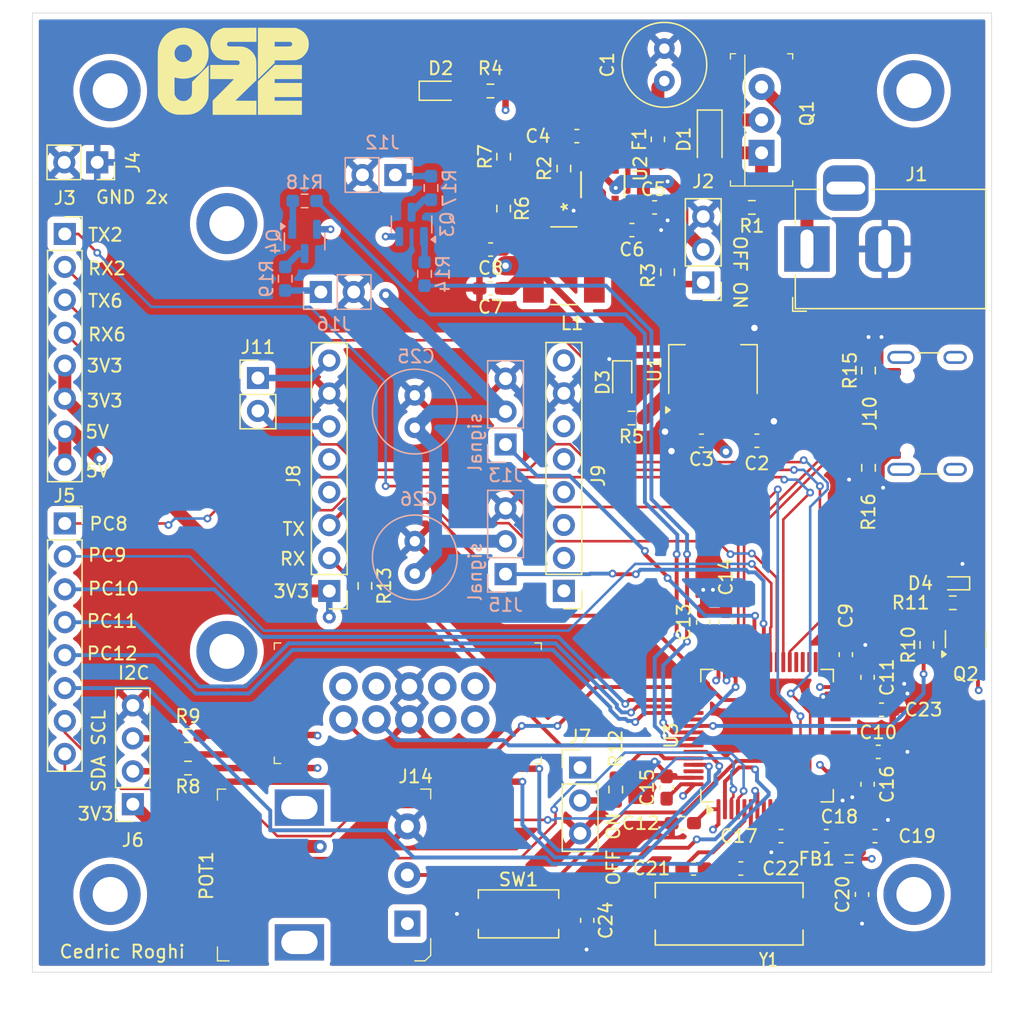
<source format=kicad_pcb>
(kicad_pcb (version 20241229) (generator "pcbnew") (generator_version "9.0")
  (title_block (title "Turret PCB") (date "2025-09-17") (rev "R1") (company "Cedric Roghi"))
  (layers (0 "F.Cu" signal) (4 "In1.Cu" power) (6 "In2.Cu" power) (2 "B.Cu" signal) (13 "F.Paste" user) (15 "B.Paste" user) (5 "F.SilkS" user "F.Silkscreen") (7 "B.SilkS" user "B.Silkscreen") (1 "F.Mask" user) (3 "B.Mask" user) (25 "Edge.Cuts" user))
  (net 0 "")
  (net 1 "+3.3V")
  (net 2 "+5V")
  (net 3 "Net-(D1-K)")
  (net 4 "GND")
  (net 5 "Net-(U2-BST)")
  (net 6 "Net-(C4-Pad2)")
  (net 7 "V_IN")
  (net 8 "+3.3VA")
  (net 9 "Net-(U3-PH0)")
  (net 10 "Net-(U3-PH1)")
  (net 11 "Net-(U3-VCAP1)")
  (net 12 "NRST")
  (net 13 "Net-(D1-A)")
  (net 14 "Net-(D2-A)")
  (net 15 "Net-(D3-A)")
  (net 16 "Net-(D4-A)")
  (net 17 "Net-(Q1-S)")
  (net 18 "Net-(J2-Pin_1)")
  (net 19 "Net-(J2-Pin_2)")
  (net 20 "USART6_TX")
  (net 21 "USART2_TX")
  (net 22 "USART2_RX")
  (net 23 "USART6_RX")
  (net 24 "PC12")
  (net 25 "PC8")
  (net 26 "PC9")
  (net 27 "PC15")
  (net 28 "PC13")
  (net 29 "PC14")
  (net 30 "PC11")
  (net 31 "PC10")
  (net 32 "I2C1_SCL")
  (net 33 "I2C1_SDA")
  (net 34 "Net-(J7-Pin_2)")
  (net 35 "/Devices/SPK_2")
  (net 36 "USART1_RX")
  (net 37 "/Devices/SPK_1")
  (net 38 "/Devices/DAC_I")
  (net 39 "/Devices/DAC_R")
  (net 40 "/Devices/RX")
  (net 41 "/Devices/USB +")
  (net 42 "/Devices/IO_2")
  (net 43 "/Devices/ADKEY_1")
  (net 44 "/Devices/ADKEY_2")
  (net 45 "/Devices/USB -")
  (net 46 "/Devices/IO_1")
  (net 47 "/Devices/BUSY")
  (net 50 "USB_D+")
  (net 51 "Net-(J10-CC1)")
  (net 58 "USB_D-")
  (net 61 "Net-(J10-CC2)")
  (net 62 "Net-(J12-Pin_1)")
  (net 63 "SERVO_TILT_SIGNAL")
  (net 65 "SWCLK")
  (net 68 "SWDIO")
  (net 70 "SERVO_PAN_SIGNAL")
  (net 71 "Net-(J16-Pin_1)")
  (net 72 "Net-(U2-SW)")
  (net 73 "ADC1_IN0")
  (net 76 "Net-(Q2-G)")
  (net 77 "Net-(Q2-D)")
  (net 78 "Net-(Q3-G)")
  (net 79 "Net-(Q3-D)")
  (net 80 "Net-(Q4-D)")
  (net 81 "Net-(Q4-G)")
  (net 82 "Net-(U2-FB)")
  (net 83 "ERROR_LED")
  (net 84 "BOOT0")
  (net 85 "USART1_TX")
  (net 86 "BLUE_LED")
  (net 87 "YELLOW_LED")
  (footprint "Capacitor_SMD:C_0603_1608Metric_Pad1.08x0.95mm_HandSolder" (layer "F.Cu") (at 129.1125 111 180)
    (property "Reference" "C3")
    (property "Value" "10uF")
  )
  (footprint "digikey-footprints:Potentiometer_P120PK-Y25BR10K" (layer "F.Cu") (at 106.425 148.25 90)
    (property "Reference" "POT1")
    (property "Value" "P120PK-Y25BR10K")
  )
  (footprint "Resistor_SMD:R_0603_1608Metric_Pad0.98x0.95mm_HandSolder" (layer "F.Cu") (at 148.5 123.5 180)
    (property "Reference" "R11")
    (property "Value" "120")
  )
  (footprint "Resistor_SMD:R_0603_1608Metric_Pad0.98x0.95mm_HandSolder" (layer "F.Cu") (at 112.8375 84.02 180)
    (property "Reference" "R4")
    (property "Value" "130")
  )
  (footprint "Connector_PinSocket_2.54mm:PinSocket_1x02_P2.54mm_Vertical" (layer "F.Cu") (at 82.5 89.525 -90)
    (property "Reference" "J4")
    (property "Value" "Conn_01x02")
  )
  (footprint "MountingHole:MountingHole_2.7mm_M2.5_DIN965_Pad" (layer "F.Cu") (at 83.5 146)
    (property "Reference" "H2" (hide yes))
    (property "Value" "MountingHole")
  )
  (footprint "Capacitor_SMD:C_0603_1608Metric_Pad1.08x0.95mm_HandSolder" (layer "F.Cu") (at 125.5 93)
    (property "Reference" "C5")
    (property "Value" "0.1uF")
  )
  (footprint "Resistor_SMD:R_0603_1608Metric_Pad0.98x0.95mm_HandSolder" (layer "F.Cu") (at 126.5 98 -90)
    (property "Reference" "R3")
    (property "Value" "100k")
  )
  (footprint "LOGO" (layer "F.Cu") (at 93 82.5)
    (property "Reference" "G***" (hide yes))
    (property "Value" "LOGO" (hide yes))
  )
  (footprint "Connector_PinHeader_2.54mm:PinHeader_1x03_P2.54mm_Vertical" (layer "F.Cu") (at 129.25 98.79 180)
    (property "Reference" "J2")
    (property "Value" "Conn_01x03")
  )
  (footprint "Resistor_SMD:R_0603_1608Metric_Pad0.98x0.95mm_HandSolder" (layer "F.Cu") (at 133 93 180)
    (property "Reference" "R1")
    (property "Value" "100k")
  )
  (footprint "Capacitor_SMD:C_0603_1608Metric_Pad1.08x0.95mm_HandSolder" (layer "F.Cu") (at 132.15 144 180)
    (property "Reference" "C22")
    (property "Value" "16pF")
  )
  (footprint "Capacitor_SMD:C_0603_1608Metric_Pad1.08x0.95mm_HandSolder" (layer "F.Cu") (at 119.5 87.5 180)
    (property "Reference" "C4")
    (property "Value" "0.1uF")
  )
  (footprint "AP62200WU:TSOT26-WU_DIO-M" (layer "F.Cu") (at 121.5 91.25 90)
    (property "Reference" "U2")
    (property "Value" "AP62200WU-7")
  )
  (footprint "Resistor_SMD:R_0603_1608Metric_Pad0.98x0.95mm_HandSolder" (layer "F.Cu") (at 122.5 137.9125 90)
    (property "Reference" "R12")
    (property "Value" "10k")
  )
  (footprint "digikey-footprints:TO-220-3" (layer "F.Cu") (at 133.75 88.79 90)
    (property "Reference" "Q1")
    (property "Value" "FQP27P06")
  )
  (footprint "Capacitor_SMD:C_0603_1608Metric_Pad1.08x0.95mm_HandSolder" (layer "F.Cu") (at 143 131.75)
    (property "Reference" "C23")
    (property "Value" "4.7uF")
  )
  (footprint "Resistor_SMD:R_0603_1608Metric_Pad0.98x0.95mm_HandSolder" (layer "F.Cu") (at 142 113.0875 -90)
    (property "Reference" "R16")
    (property "Value" "5.1k")
  )
  (footprint "Capacitor_SMD:C_0603_1608Metric_Pad1.08x0.95mm_HandSolder" (layer "F.Cu") (at 112.85 96.25 180)
    (property "Reference" "C8")
    (property "Value" "22uF")
  )
  (footprint "Connector_PinSocket_2.54mm:PinSocket_1x08_P2.54mm_Vertical" (layer "F.Cu") (at 80 117.38)
    (property "Reference" "J5")
    (property "Value" "Conn_01x08")
  )
  (footprint "Connector_PinHeader_2.54mm:PinHeader_1x02_P2.54mm_Vertical" (layer "F.Cu") (at 94.9 106.16)
    (property "Reference" "J11")
    (property "Value" "Conn_01x02")
  )
  (footprint "digikey-footprints:PinHeader_2x5_P2.54mm_Drill1.2mm" (layer "F.Cu") (at 111.66 132.5 180)
    (property "Reference" "J14")
    (property "Value" "302-S101")
  )
  (footprint "Capacitor_SMD:C_0603_1608Metric_Pad1.08x0.95mm_HandSolder" (layer "F.Cu") (at 138.75 141.5)
    (property "Reference" "C18")
    (property "Value" "1uF")
  )
  (footprint "Capacitor_SMD:C_0603_1608Metric_Pad1.08x0.95mm_HandSolder" (layer "F.Cu") (at 131 125 90)
    (property "Reference" "C14")
    (property "Value" "100nF")
  )
  (footprint "Capacitor_THT:C_Radial_D6.3mm_H5.0mm_P2.50mm" (layer "F.Cu") (at 126.25 83.25 90)
    (property "Reference" "C1")
    (property "Value" "100uF")
  )
  (footprint "Resistor_SMD:R_0603_1608Metric_Pad0.98x0.95mm_HandSolder" (layer "F.Cu") (at 89.5 136.25 180)
    (property "Reference" "R8")
    (property "Value" "1k5")
  )
  (footprint "Button_Switch_SMD:SW_SPST_EVQPE1" (layer "F.Cu") (at 115 147.5)
    (property "Reference" "SW1")
    (property "Value" "SW_Push")
  )
  (footprint "Connector_PinSocket_2.54mm:PinSocket_1x04_P2.54mm_Vertical" (layer "F.Cu") (at 85.25 139.04 180)
    (property "Reference" "J6")
    (property "Value" "Conn_01x04")
  )
  (footprint "Connector_PinHeader_2.54mm:PinHeader_1x03_P2.54mm_Vertical" (layer "F.Cu") (at 119.75 136.21)
    (property "Reference" "J7")
    (property "Value" "Conn_01x03")
  )
  (footprint "Capacitor_SMD:C_0603_1608Metric_Pad1.08x0.95mm_HandSolder" (layer "F.Cu") (at 129.25 125 90)
    (property "Reference" "C13")
    (property "Value" "100nF")
  )
  (footprint "Resistor_SMD:R_0603_1608Metric_Pad0.98x0.95mm_HandSolder" (layer "F.Cu") (at 89.5 133.75 180)
    (property "Reference" "R9")
    (property "Value" "1k5")
  )
  (footprint "Resistor_SMD:R_0603_1608Metric_Pad0.98x0.95mm_HandSolder" (layer "F.Cu") (at 146.5 126.75 90)
    (property "Reference" "R10")
    (property "Value" "10k")
  )
  (footprint "digikey-footprints:0603" (layer "F.Cu") (at 140.5 143.25)
    (property "Reference" "FB1")
    (property "Value" "120R")
  )
  (footprint "LED_SMD:LED_0603_1608Metric_Pad1.05x0.95mm_HandSolder" (layer "F.Cu") (at 123 106.5 -90)
    (property "Reference" "D3")
    (property "Value" "LED_GREEN")
  )
  (footprint "Capacitor_SMD:C_0603_1608Metric_Pad1.08x0.95mm_HandSolder" (layer "F.Cu") (at 123.75 94.75)
    (property "Reference" "C6")
    (property "Value" "10uF")
  )
  (footprint "Resistor_SMD:R_0603_1608Metric_Pad0.98x0.95mm_HandSolder" (layer "F.Cu") (at 113.85 89.0875 90)
    (property "Reference" "R7")
    (property "Value" "10k")
  )
  (footprint "Capacitor_SMD:C_0603_1608Metric_Pad1.08x0.95mm_HandSolder" (layer "F.Cu") (at 140.25 127.5 90)
    (property "Reference" "C9")
    (property "Value" "10uF")
  )
  (footprint "ECS_250_18_5PX_F_TR:XTAL_ECS-250-18-5PX-F-TR" (layer "F.Cu") (at 131.25 147.5 180)
    (property "Reference" "Y1")
    (property "Value" "25MHz")
  )
  (footprint "Resistor_SMD:R_0603_1608Metric_Pad0.98x0.95mm_HandSolder" (layer "F.Cu") (at 103.15 122.2 90)
    (property "Reference" "R13")
    (property "Value" "1k")
  )
  (footprint "Resistor_SMD:R_0603_1608Metric_Pad0.98x0.95mm_HandSolder" (layer "F.Cu") (at 118.5 90 -90)
    (property "Reference" "R2")
    (property "Value" "0")
  )
  (footprint "Package_TO_SOT_SMD:SOT-23" (layer "F.Cu") (at 149.495 126.3075 90)
    (property "Reference" "Q2")
    (property "Value" "AO3400A")
  )
  (footprint "Capacitor_SMD:C_0603_1608Metric_Pad1.08x0.95mm_HandSolder" (layer "F.Cu") (at 141.925 137.5 -90)
    (property "Reference" "C16")
    (property "Value" "100nF")
  )
  (footprint "Capacitor_SMD:C_0603_1608Metric_Pad1.08x0.95mm_HandSolder" (layer "F.Cu") (at 141.5 146 -90)
    (property "Reference" "C20")
    (property "Value" "100nF")
  )
  (footprint "MountingHole:MountingHole_2.7mm_M2.5_DIN965_Pad" (layer "F.Cu") (at 92.5 127.25 90)
    (property "Reference" "H5" (hide yes))
    (property "Value" "MountingHole")
  )
  (footprint "MountingHole:MountingHole_2.7mm_M2.5_DIN965_Pad" (layer "F.Cu") (at 92.5 94.25 90)
    (property "Reference" "H6" (hide yes))
    (property "Value" "MountingHole")
  )
  (footprint "Capacitor_SMD:C_0603_1608Metric_Pad1.08x0.95mm_HandSolder" (layer "F.Cu") (at 135.25 141.5 180)
    (property "Reference" "C17")
    (property "Value" "100nF")
  )
  (footprint "Resistor_SMD:R_0603_1608Metric_Pad0.98x0.95mm_HandSolder" (layer "F.Cu") (at 113.85 93.0875 -90)
    (property "Reference" "R6")
    (property "Value" "52.3k")
  )
  (footprint "MountingHole:MountingHole_2.7mm_M2.5_DIN965_Pad" (layer "F.Cu") (at 145.5 84)
    (property "Reference" "H4" (hide yes))
    (property "Value" "MountingHole")
  )
  (footprint "Capacitor_SMD:C_0603_1608Metric_Pad1.08x0.95mm_HandSolder" (layer "F.Cu") (at 133.3875 111)
    (property "Reference" "C2")
    (property "Value" "100nF")
  )
  (footprint "Connector_PinHeader_2.54mm:PinHeader_1x08_P2.54mm_Vertical" (layer "F.Cu") (at 118.5 122.58 180)
    (property "Reference" "J9")
    (property "Value" "Conn_01x08")
  )
  (footprint "NR6028T4R7M:IND_NR6028T4R7M" (layer "F.Cu") (at 118.5 97.5 180)
    (property "Reference" "L1")
    (property "Value" "NR6028T4R7M")
  )
  (footprint "Package_QFP:LQFP-64_10x10mm_P0.5mm" (layer "F.Cu") (at 134.175 133.75 90)
    (property "Reference" "U3")
    (property "Value" "STM32F411RCTx")
  )
  (footprint "Connector_PinSocket_2.54mm:PinSocket_1x08_P2.54mm_Vertical" (layer "F.Cu") (at 80 95.05)
    (property "Reference" "J3")
    (property "Value" "Conn_01x08")
  )
  (footprint "LED_SMD:LED_0603_1608Metric_Pad1.05x0.95mm_HandSolder" (layer "F.Cu") (at 109 84)
    (property "Reference" "D2")
    (property "Value" "LED_BLUE")
  )
  (footprint "Fuse:Fuse_0603_1608Metric_Pad1.05x0.95mm_HandSolder" (layer "F.Cu") (at 125.75 87.75 90)
    (property "Reference" "F1")
    (property "Value" "3A")
  )
  (footprint "Capacitor_SMD:C_0603_1608Metric_Pad1.08x0.95mm_HandSolder" (layer "F.Cu") (at 127.675 140.5 180)
    (property "Reference" "C12")
    (property "Value" "100nF")
  )
  (footprint "digikey-footprints:LED_0603" (layer "F.Cu") (at 148.5 122 180)
    (property "Reference" "D4")
    (property "Value" "LED_RED")
  )
  (footprint "Capacitor_SMD:C_0603_1608Metric_Pad1.08x0.95mm_HandSolder" (layer "F.Cu") (at 112.85 99.25 180)
    (property "Reference" "C7")
    (property "Value" "22uF")
  )
  (footprint "MountingHole:MountingHole_2.7mm_M2.5_DIN965_Pad" (layer "F.Cu") (at 145.5 146)
    (property "Reference" "H3" (hide yes))
    (property "Value" "MountingHole")
  )
  (footprint "Capacitor_SMD:C_0603_1608Metric_Pad1.08x0.95mm_HandSolder" (layer "F.Cu") (at 126.425 137.75 90)
    (property "Reference" "C15")
    (property "Value" "100nF")
  )
  (footprint "Resistor_SMD:R_0603_1608Metric_Pad0.98x0.95mm_HandSolder" (layer "F.Cu") (at 123.715 109.25 180)
    (property "Reference" "R5")
    (property "Value" "130")
  )
  (footprint "Connector_USB:USB_C_Receptacle_GCT_USB4105-xx-A_16P_TopMnt_Horizontal" (layer "F.Cu") (at 147.605 108.89 90)
    (property "Reference" "J10")
    (property "Value" "USB_C_Receptacle_USB2.0_16P")
  )
  (footprint "Connector_BarrelJack:BarrelJack_Horizontal" (layer "F.Cu") (at 137.25 96.2075 180)
    (property "Reference" "J1")
    (property "Value" "Barrel_Jack_MountingPin")
  )
  (footprint "Diode_SMD:Nexperia_CFP3_SOD-123W" (layer "F.Cu") (at 129.75 87.75 -90)
    (property "Reference" "D1")
    (property "Value" "13V")
  )
  (footprint "Capacitor_SMD:C_0603_1608Metric_Pad1.08x0.95mm_HandSolder" (layer "F.Cu") (at 141.925 129.25 -90)
    (property "Reference" "C11")
    (property "Value" "100nF")
  )
  (footprint "Capacitor_SMD:C_0603_1608Metric_Pad1.08x0.95mm_HandSolder" (layer "F.Cu") (at 142.75 135)
    (property "Reference" "C10")
    (property "Value" "4.7uF")
  )
  (footprint "Capacitor_SMD:C_0603_1608Metric_Pad1.08x0.95mm_HandSolder" (layer "F.Cu") (at 128.5 144)
    (property "Reference" "C21")
    (property "Value" "16pF")
  )
  (footprint "Capacitor_SMD:C_0603_1608Metric_Pad1.08x0.95mm_HandSolder" (layer "F.Cu") (at 142.5 141.5)
    (property "Reference" "C19")
    (property "Value" "1uF")
  )
  (footprint "Resistor_SMD:R_0603_1608Metric_Pad0.98x0.95mm_HandSolder" (layer "F.Cu") (at 142 105.5875 90)
    (property "Reference" "R15")
    (property "Value" "5.1k")
  )
  (footprint "Package_TO_SOT_SMD:SOT-223" (layer "F.Cu") (at 130 105.5 90)
    (property "Reference" "U1")
    (property "Value" "LD1117S33TR_SOT223")
  )
  (footprint "MountingHole:MountingHole_2.7mm_M2.5_DIN965_Pad" (layer "F.Cu") (at 83.5 84)
    (property "Reference" "H1" (hide yes))
    (property "Value" "MountingHole")
  )
  (footprint "Capacitor_SMD:C_0603_1608Metric_Pad1.08x0.95mm_HandSolder" (layer "F.Cu") (at 120.3 148 -90)
    (property "Reference" "C24")
    (property "Value" "0.1uF")
  )
  (footprint "Connector_PinHeader_2.54mm:PinHeader_1x08_P2.54mm_Vertical" (layer "F.Cu") (at 100.4 122.59 180)
    (property "Reference" "J8")
    (property "Value" "Conn_01x08")
  )
  (footprint "Resistor_SMD:R_0603_1608Metric_Pad0.98x0.95mm_HandSolder" (layer "B.Cu") (at 107.75 98.125 90)
    (property "Reference" "R14")
    (property "Value" "10k")
  )
  (footprint "Connector_PinSocket_2.54mm:PinSocket_1x02_P2.54mm_Vertical" (layer "B.Cu") (at 105.5 90.5 90)
    (property "Reference" "J12")
    (property "Value" "Conn_01x02")
  )
  (footprint "Resistor_SMD:R_0603_1608Metric_Pad0.98x0.95mm_HandSolder" (layer "B.Cu") (at 97 98.5 -90)
    (property "Reference" "R19")
    (property "Value" "150")
  )
  (footprint "Capacitor_THT:C_Radial_D6.3mm_H5.0mm_P2.50mm" (layer "B.Cu") (at 107 110 90)
    (property "Reference" "C25")
    (property "Value" "100uF")
  )
  (footprint "Connector_PinSocket_2.54mm:PinSocket_1x02_P2.54mm_Vertical" (layer "B.Cu") (at 99.75 99.525 -90)
    (property "Reference" "J16")
    (property "Value" "Conn_01x02")
  )
  (footprint "Connector_PinHeader_2.54mm:PinHeader_1x03_P2.54mm_Vertical" (layer "B.Cu") (at 114 121.29)
    (property "Reference" "J15")
    (property "Value" "Conn_01x03")
  )
  (footprint "Capacitor_THT:C_Radial_D6.3mm_H5.0mm_P2.50mm" (layer "B.Cu") (at 107 121.25 90)
    (property "Reference" "C26")
    (property "Value" "100uF")
  )
  (footprint "Package_TO_SOT_SMD:SOT-23" (layer "B.Cu") (at 106.75 94.3125 90)
    (property "Reference" "Q3")
    (property "Value" "AO3400A")
  )
  (footprint "Resistor_SMD:R_0603_1608Metric_Pad0.98x0.95mm_HandSolder" (layer "B.Cu") (at 108.25 91.5 90)
    (property "Reference" "R17")
    (property "Value" "100")
  )
  (footprint "Package_TO_SOT_SMD:SOT-23" (layer "B.Cu") (at 98.5 95.625 -90)
    (property "Reference" "Q4")
    (property "Value" "AO3400A")
  )
  (footprint "Connector_PinHeader_2.54mm:PinHeader_1x03_P2.54mm_Vertical" (layer "B.Cu") (at 114 111.29)
    (property "Reference" "J13")
    (property "Value" "Conn_01x03")
  )
  (footprint "Resistor_SMD:R_0603_1608Metric_Pad0.98x0.95mm_HandSolder" (layer "B.Cu") (at 98.5 92.5 180)
    (property "Reference" "R18")
    (property "Value" "10k")
  )
  (gr_line (start 77.5 78) (end 77.5 152) (stroke (width 0.05)) (layer "Edge.Cuts"))
  (gr_line (start 151.5 152) (end 151.5 78) (stroke (width 0.05)) (layer "Edge.Cuts"))
  (gr_line (start 151.5 78) (end 77.5 78) (stroke (width 0.05)) (layer "Edge.Cuts"))
  (gr_line (start 77.5 152) (end 151.5 152) (stroke (width 0.05)) (layer "Edge.Cuts"))
  (gr_text "PC10" (at 81.7 123 0) (layer "F.SilkS") (effects (font (size 1 1) (thickness 0.153)) (justify left bottom)))
  (gr_text "SDA SCL" (at 83.2 138.2 90) (layer "F.SilkS") (effects (font (size 1 1) (thickness 0.153)) (justify left bottom)))
  (gr_text "3V3" (at 81.6 108.5 0) (layer "F.SilkS") (effects (font (size 1 1) (thickness 0.153)) (justify left bottom)))
  (gr_text "OFF ON" (at 131.5 95.1 270) (layer "F.SilkS") (effects (font (size 1 1) (thickness 0.153)) (justify left bottom)))
  (gr_text "5V" (at 81.5 113.9 0) (layer "F.SilkS") (effects (font (size 1 1) (thickness 0.153)) (justify left bottom)))
  (gr_text "OFF ON" (at 122.9 145.4 90) (layer "F.SilkS") (effects (font (size 1 1) (thickness 0.153)) (justify left bottom)))
  (gr_text "PC8" (at 81.8 118 0) (layer "F.SilkS") (effects (font (size 1 1) (thickness 0.153)) (justify left bottom)))
  (gr_text "RX2" (at 81.7 98.3 0) (layer "F.SilkS") (effects (font (size 1 1) (thickness 0.153)) (justify left bottom)))
  (gr_text "RX" (at 96.5 120.7 0) (layer "F.SilkS") (effects (font (size 1 1) (thickness 0.153)) (justify left bottom)))
  (gr_text "TX" (at 96.7 118.4 0) (layer "F.SilkS") (effects (font (size 1 1) (thickness 0.153)) (justify left bottom)))
  (gr_text "I2C" (at 84 129.5 0) (layer "F.SilkS") (effects (font (size 1 1) (thickness 0.153)) (justify left bottom)))
  (gr_text "3V3" (at 81.6 105.8 0) (layer "F.SilkS") (effects (font (size 1 1) (thickness 0.153)) (justify left bottom)))
  (gr_text "PC9" (at 81.7 120.4 0) (layer "F.SilkS") (effects (font (size 1 1) (thickness 0.153)) (justify left bottom)))
  (gr_text "RX6" (at 81.7 103.4 0) (layer "F.SilkS") (effects (font (size 1 1) (thickness 0.153)) (justify left bottom)))
  (gr_text "PC11" (at 81.6 125.5 0) (layer "F.SilkS") (effects (font (size 1 1) (thickness 0.153)) (justify left bottom)))
  (gr_text "TX6" (at 81.7 100.8 0) (layer "F.SilkS") (effects (font (size 1 1) (thickness 0.153)) (justify left bottom)))
  (gr_text "PC12" (at 81.6 128 0) (layer "F.SilkS") (effects (font (size 1 1) (thickness 0.153)) (justify left bottom)))
  (gr_text "3V3" (at 96 123.2 0) (layer "F.SilkS") (effects (font (size 1 1) (thickness 0.153)) (justify left bottom)))
  (gr_text "Cedric Roghi" (at 79.5 151 0) (layer "F.SilkS") (effects (font (size 1 1) (thickness 0.153) (bold yes)) (justify left bottom)))
  (gr_text "5V" (at 81.5 110.9 0) (layer "F.SilkS") (effects (font (size 1 1) (thickness 0.153)) (justify left bottom)))
  (gr_text "TX2" (at 81.7 95.7 0) (layer "F.SilkS") (effects (font (size 1 1) (thickness 0.153)) (justify left bottom)))
  (gr_text "GND 2x" (at 82.3 92.8 0) (layer "F.SilkS") (effects (font (size 1 1) (thickness 0.153)) (justify left bottom)))
  (gr_text "3V3" (at 80.9 140.37 0) (layer "F.SilkS") (effects (font (size 1 1) (thickness 0.153)) (justify left bottom)))
  (gr_text "signal" (at 112.23 118.75 90) (layer "B.SilkS") (effects (font (size 1 1) (thickness 0.153)) (justify left bottom mirror)))
  (gr_text "signal" (at 112.23 108.75 90) (layer "B.SilkS") (effects (font (size 1 1) (thickness 0.153)) (justify left bottom mirror)))
  (segment (start 128.5 137.5) (end 128.5 137.58076) (width 0.3) (layer "F.Cu") (net 1))
  (segment (start 130.425 129.313068) (end 130.241051 129.497017) (width 0.3) (layer "F.Cu") (net 1))
  (segment (start 92.8 133.7) (end 99.45 133.7) (width 0.5) (layer "F.Cu") (net 1))
  (segment (start 91.55 136.25) (end 99.5 136.25) (width 0.5) (layer "F.Cu") (net 1))
  (segment (start 85.25 139.04) (end 88.51 142.3) (width 1) (layer "F.Cu") (net 1))
  (segment (start 141.6375 142.8125) (end 141.2 143.25) (width 0.3) (layer "F.Cu") (net 1))
  (segment (start 99.45 133.7) (end 99.5 133.75) (width 0.5) (layer "F.Cu") (net 1))
  (segment (start 130.425 128.075) (end 130.425 129.313068) (width 0.3) (layer "F.Cu") (net 1))
  (segment (start 130.425 139.425) (end 130.425 140.575) (width 0.3) (layer "F.Cu") (net 1))
  (segment (start 128.5 137.58076) (end 127.69038 138.39038) (width 0.3) (layer "F.Cu") (net 1))
  (segment (start 139.85 136.5) (end 141.25 136.5) (width 0.3) (layer "F.Cu") (net 1))
  (segment (start 140.3125 130) (end 141.925 128.3875) (width 0.3) (layer "F.Cu") (net 1))
  (segment (start 128.5 137.5) (end 127.5375 137.5) (width 0.3) (layer "F.Cu") (net 1))
  (segment (start 130 110.975) (end 129.975 111) (width 1) (layer "F.Cu") (net 1))
  (segment (start 139.85 130) (end 139.85 128.7625) (width 0.3) (layer "F.Cu") (net 1))
  (segment (start 130.425 126.4375) (end 131 125.8625) (width 0.3) (layer "F.Cu") (net 1))
  (segment (start 129.6125 139.425) (end 128.5375 140.5) (width 0.3) (layer "F.Cu") (net 1))
  (segment (start 90.4125 136.25) (end 91.55 136.25) (width 0.5) (layer "F.Cu") (net 1))
  (segment (start 141.2 143.25) (end 141.2 144.8375) (width 0.3) (layer "F.Cu") (net 1))
  (segment (start 80 107.75) (end 94.84 122.59) (width 1) (layer "F.Cu") (net 1))
  (segment (start 141.6375 141.5) (end 141.6375 142.8125) (width 0.3) (layer "F.Cu") (net 1))
  (segment (start 139.85 136.5) (end 141.7875 136.5) (width 0.3) (layer "F.Cu") (net 1))
  (segment (start 126.879306 106.949) (end 124.6275 109.200806) (width 1) (layer "F.Cu") (net 1))
  (segment (start 94.84 122.59) (end 100.4 122.59) (width 1) (layer "F.Cu") (net 1))
  (segment (start 130.425 127.0375) (end 129.25 125.8625) (width 0.3) (layer "F.Cu") (net 1))
  (segment (start 141.25 136.5) (end 141.8875 135.8625) (width 0.3) (layer "F.Cu") (net 1))
  (segment (start 138.75 136.5) (end 138.25 136) (width 0.3) (layer "F.Cu") (net 1))
  (segment (start 130 108.65) (end 130 110.975) (width 1) (layer "F.Cu") (net 1))
  (segment (start 90.4125 133.75) (end 92.75 133.75) (width 0.5) (layer "F.Cu") (net 1))
  (segment (start 92.75 133.75) (end 92.8 133.7) (width 0.5) (layer "F.Cu") (net 1))
  (segment (start 130 108.428306) (end 128.520694 106.949) (width 1) (layer "F.Cu") (net 1))
  (segment (start 130.425 128.075) (end 130.425 126.4375) (width 0.3) (layer "F.Cu") (net 1))
  (segment (start 139.85 136.5) (end 138.75 136.5) (width 0.3) (layer "F.Cu") (net 1))
  (segment (start 128.520694 106.949) (end 126.879306 106.949) (width 1) (layer "F.Cu") (net 1))
  (segment (start 130.425 139.425) (end 129.6125 139.425) (width 0.3) (layer "F.Cu") (net 1))
  (segment (start 139.85 130) (end 140.3125 130) (width 0.3) (layer "F.Cu") (net 1))
  (segment (start 130 108.65) (end 130 108.428306) (width 1) (layer "F.Cu") (net 1))
  (segment (start 150.445 130.195) (end 150.5 130.25) (width 0.3) (layer "F.Cu") (net 1))
  (segment (start 150.445 127.245) (end 150.445 130.195) (width 0.3) (layer "F.Cu") (net 1))
  (segment (start 80 107.75) (end 80 105.21) (width 1) (layer "F.Cu") (net 1))
  (segment (start 130.425 140.575) (end 130 141) (width 0.3) (layer "F.Cu") (net 1))
  (segment (start 141.7875 136.5) (end 141.925 136.6375) (width 0.3) (layer "F.Cu") (net 1))
  (segment (start 127.5375 137.5) (end 126.425 138.6125) (width 0.3) (layer "F.Cu") (net 1))
  (segment (start 139.85 130) (end 138.25 130) (width 0.3) (layer "F.Cu") (net 1))
  (segment (start 88.51 142.3) (end 99.7 142.3) (width 1) (layer "F.Cu") (net 1))
  (segment (start 129.975 111) (end 130.152 111) (width 1) (layer "F.Cu") (net 1))
  (segment (start 141.8875 135.8625) (end 141.8875 135) (width 0.3) (layer "F.Cu") (net 1))
  (segment (start 141.2 143.25) (end 142.25 143.25) (width 0.3) (layer "F.Cu") (net 1))
  (segment (start 141.2 144.8375) (end 141.5 145.1375) (width 0.3) (layer "F.Cu") (net 1))
  (segment (start 130.152 111) (end 131 111.848) (width 1) (layer "F.Cu") (net 1))
  (segment (start 124.6275 109.200806) (end 124.6275 109.25) (width 1) (layer "F.Cu") (net 1))
  (segment (start 139.85 128.7625) (end 140.25 128.3625) (width 0.3) (layer "F.Cu") (net 1))
  (segment (start 130.425 128.075) (end 130.425 127.0375) (width 0.3) (layer "F.Cu") (net 1))
  (via (at 138.25 136) (size 0.6) (drill 0.3) (layers "F.Cu" "B.Cu") (net 1))
  (via (at 99.5 133.75) (size 0.6) (drill 0.3) (layers "F.Cu" "B.Cu") (net 1))
  (via (at 130.241051 129.497017) (size 0.6) (drill 0.3) (layers "F.Cu" "B.Cu") (net 1))
  (via (at 131 111.848) (size 1) (drill 0.5) (layers "F.Cu" "B.Cu") (net 1))
  (via (at 130 141) (size 0.6) (drill 0.3) (layers "F.Cu" "B.Cu") (net 1))
  (via (at 142.25 143.25) (size 0.6) (drill 0.3) (layers "F.Cu" "B.Cu") (net 1))
  (via (at 99.7 142.3) (size 1) (drill 0.5) (layers "F.Cu" "B.Cu") (net 1))
  (via (at 100.4 124.6) (size 1) (drill 0.5) (layers "F.Cu" "B.Cu") (net 1))
  (via (at 99.5 136.25) (size 0.6) (drill 0.3) (layers "F.Cu" "B.Cu") (net 1))
  (via (at 138.25 130) (size 0.6) (drill 0.3) (layers "F.Cu" "B.Cu") (net 1))
  (via (at 127.69038 138.39038) (size 0.6) (drill 0.3) (layers "F.Cu" "B.Cu") (net 1))
  (via (at 150.5 130.25) (size 0.6) (drill 0.3) (layers "F.Cu" "B.Cu") (net 1))
  (segment (start 100.4 122.59) (end 100.4 124.6) (width 0.5) (layer "B.Cu") (net 1))
  (segment (start 132.3 110.775) (end 132.525 111) (width 0.5) (layer "F.Cu") (net 2))
  (segment (start 113.7125 96.25) (end 114.9 96.25) (width 0.5) (layer "F.Cu") (net 2))
  (segment (start 128.049 104.399) (end 132.3 108.65) (width 0.5) (layer "F.Cu") (net 2))
  (segment (start 114 85.5) (end 114 84.27) (width 0.5) (layer "F.Cu") (net 2))
  (segment (start 113.85 96.1125) (end 113.7125 96.25) (width 0.5) (layer "F.Cu") (net 2))
  (segment (start 80 110.29) (end 80.59 110.29) (width 1) (layer "F.Cu") (net 2))
  (segment (start 113.7125 99.25) (end 114.4 99.25) (width 1) (layer "F.Cu") (net 2))
  (segment (start 116.15 97.5) (end 114 97.5) (width 1.5) (layer "F.Cu") (net 2))
  (segment (start 80.59 110.29) (end 82.7 112.4) (width 1) (layer "F.Cu") (net 2))
  (segment (start 132.3 108.65) (end 132.3 110.775) (width 0.5) (layer "F.Cu") (net 2))
  (segment (start 80 110.29) (end 80 112.83) (width 1) (layer "F.Cu") (net 2))
  (segment (start 123.049 104.399) (end 128.049 104.399) (width 0.5) (layer "F.Cu") (net 2))
  (segment (start 113.85 94) (end 113.85 96.1125) (width 0.5) (layer "F.Cu") (net 2))
  (segment (start 114 84.27) (end 113.75 84.02) (width 0.5) (layer "F.Cu") (net 2))
  (segment (start 114.4 99.25) (end 116.15 97.5) (width 1) (layer "F.Cu") (net 2))
  (segment (start 114.9 96.25) (end 116.15 97.5) (width 0.5) (layer "F.Cu") (net 2))
  (segment (start 116.15 97.5) (end 123.049 104.399) (width 0.5) (layer "F.Cu") (net 2))
  (via (at 100.5 94.6875) (size 0.6) (drill 0.3) (layers "F.Cu" "B.Cu") (net 2))
  (via (at 104.75 99.75) (size 1) (drill 0.5) (layers "F.Cu" "B.Cu") (net 2))
  (via (at 82.7 112.4) (size 1) (drill 0.5) (layers "F.Cu" "B.Cu") (net 2))
  (via (at 114 85.5) (size 0.6) (drill 0.3) (layers "F.Cu" "B.Cu") (net 2))
  (via (at 114 97.5) (size 1) (drill 0.5) (layers "F.Cu" "B.Cu") (net 2))
  (via (at 104.75 95.25) (size 0.6) (drill 0.3) (layers "F.Cu" "B.Cu") (net 2))
  (segment (start 108.65 118.75) (end 108.6 118.8) (width 1) (layer "B.Cu") (net 2))
  (segment (start 108.6 118.8) (end 108.6 119.65) (width 1) (layer "B.Cu") (net 2))
  (segment (start 108.25 108.75) (end 107 110) (width 1) (layer "B.Cu") (net 2))
  (segment (start 107 110) (end 108.6 111.6) (width 1) (layer "B.Cu") (net 2))
  (segment (start 108.6 111.6) (end 108.6 118.8) (width 1) (layer "B.Cu") (net 2))
  (segment (start 107.35 102.1) (end 114 108.75) (width 1) (layer "B.Cu") (net 2))
  (segment (start 104.75 95.25) (end 105.8 95.25) (width 0.5) (layer "B.Cu") (net 2))
  (segment (start 104.75 99.75) (end 107.1 102.1) (width 1) (layer "B.Cu") (net 2))
  (segment (start 107.1 102.1) (end 107.35 102.1) (width 1) (layer "B.Cu") (net 2))
  (segment (start 114 118.75) (end 108.65 118.75) (width 1) (layer "B.Cu") (net 2))
  (segment (start 108.6 119.65) (end 107 121.25) (width 1) (layer "B.Cu") (net 2))
  (segment (start 100.5 94.6875) (end 99.45 94.6875) (width 0.5) (layer "B.Cu") (net 2))
  (segment (start 114 108.75) (end 108.25 108.75) (width 1) (layer "B.Cu") (net 2))
  (segment (start 125.75 86.875) (end 125.75 83.75) (width 1) (layer "F.Cu") (net 3))
  (segment (start 129.85 86.25) (end 129.75 86.35) (width 1) (layer "F.Cu") (net 3))
  (segment (start 126.275 86.35) (end 125.75 86.875) (width 1) (layer "F.Cu") (net 3))
  (segment (start 125.75 83.75) (end 126.25 83.25) (width 1) (layer "F.Cu") (net 3))
  (segment (start 129.75 86.35) (end 126.275 86.35) (width 1) (layer "F.Cu") (net 3))
  (segment (start 133.75 86.25) (end 129.85 86.25) (width 1) (layer "F.Cu") (net 3))
  (segment (start 127.7 108.9) (end 126.3 110.3) (width 1) (layer "F.Cu") (net 4))
  (segment (start 143.925 105.69) (end 143.350001 105.69) (width 0.3) (layer "F.Cu") (net 4))
  (segment (start 127.6 111) (end 126.8 111.8) (width 1) (layer "F.Cu") (net 4))
  (segment (start 123 105.625) (end 122.925 105.625) (width 0.5) (layer "F.Cu") (net 4))
  (segment (start 126.425 136.8875) (end 126.425 136.675) (width 0.3) (layer "F.Cu") (net 4))
  (segment (start 149.25 122) (end 149.25 120.5) (width 0.3) (layer "F.Cu") (net 4))
  (segment (start 139.85 137) (end 140.911154 137) (width 0.3) (layer "F.Cu") (net 4))
  (segment (start 134.3875 141.5) (end 134.3875 142.6375) (width 0.3) (layer "F.Cu") (net 4))
  (segment (start 143.099 114.599) (end 143.099 112.857504) (width 0.3) (layer "F.Cu") (net 4))
  (segment (start 142 104.675) (end 142 103) (width 0.3) (layer "F.Cu") (net 4))
  (segment (start 127.7 108.65) (end 127.7 109) (width 1) (layer "F.Cu") (net 4))
  (segment (start 135.925 139.425) (end 135.925 140.311154) (width 0.3) (layer "F.Cu") (net 4))
  (segment (start 138.761932 130.5) (end 138.502983 130.758949) (width 0.3) (layer "F.Cu") (net 4))
  (segment (start 126.3625 93) (end 126.3625 93.8625) (width 0.4) (layer "F.Cu") (net 4))
  (segment (start 134.25 109.95) (end 134.7 109.5) (width 1) (layer "F.Cu") (net 4))
  (segment (start 141.5375 130.5) (end 141.925 130.1125) (width 0.3) (layer "F.Cu") (net 4))
  (segment (start 120.549999 92.70415) (end 119.79585 92.70415) (width 0.4) (layer "F.Cu") (net 4))
  (segment (start 141.5 146.8625) (end 141.5 148.25) (width 0.3) (layer "F.Cu") (net 4))
  (segment (start 143.3625 140.3875) (end 143.5 140.25) (width 0.3) (layer "F.Cu") (net 4))
  (segment (start 128.25 111) (end 127.6 111) (width 1) (layer "F.Cu") (net 4))
  (segment (start 131 124.1375) (end 131 123.5) (width 0.3) (layer "F.Cu") (net 4))
  (segment (start 119.79585 92.70415) (end 119.25 93.25) (width 0.4) (layer "F.Cu") (net 4))
  (segment (start 141.925 130.1125) (end 144.3875 130.1125) (width 0.3) (layer "F.Cu") (net 4))
  (segment (start 134.25 111) (end 134.25 109.95) (width 1) (layer "F.Cu") (net 4))
  (segment (start 141.925 138.3625) (end 140.8875 138.3625) (width 0.3) (layer "F.Cu") (net 4))
  (segment (start 141.925 138.013846) (end 141.925 138.3625) (width 0.3) (layer "F.Cu") (net 4))
  (segment (start 143 105.339999) (end 143 103) (width 0.3) (layer "F.Cu") (net 4))
  (segment (start 140.911154 137) (end 141.925 138.013846) (width 0.3) (layer "F.Cu") (net 4))
  (segment (start 139.6125 141.5) (end 139.6125 139.1375) (width 0.3) (layer "F.Cu") (net 4))
  (segment (start 143.099 112.857504) (end 143.866504 112.09) (width 0.3) (layer "F.Cu") (net 4))
  (segment (start 143.125 114.625) (end 143.099 114.599) (width 0.3) (layer "F.Cu") (net 4))
  (segment (start 131 123.5) (end 130 122.5) (width 0.3) (layer "F.Cu") (net 4))
  (segment (start 126.3625 93.8625) (end 126.5 94) (width 0.4) (layer "F.Cu") (net 4))
  (segment (start 127.7 108.65) (end 127.7 108.9) (width 1) (layer "F.Cu") (net 4))
  (segment (start 139.85 130.5) (end 138.761932 130.5) (width 0.3) (layer "F.Cu") (net 4))
  (segment (start 130.25 102.35) (end 130 102.35) (width 1.5) (layer "F.Cu") (net 4))
  (segment (start 135.925 140.311154) (end 134.736154 141.5) (width 0.3) (layer "F.Cu") (net 4))
  (segment (start 124.6125 94.75) (end 126 94.75) (width 0.4) (layer "F.Cu") (net 4))
  (segment (start 131.047828 129.49904) (end 130.925 129.376212) (width 0.3) (layer "F.Cu") (net 4))
  (segment (start 143.3625 141.5) (end 143.3625 140.3875) (width 0.3) (layer "F.Cu") (net 4))
  (segment (start 130.3 102.3) (end 130.25 102.35) (width 1.5) (layer "F.Cu") (net 4))
  (segment (start 112.3 147.5) (end 110.25 147.5) (width 0.3) (layer "F.Cu") (net 4))
  (segment (start 128.5 137) (end 126.5375 137) (width 0.3) (layer "F.Cu") (net 4))
  (segment (start 120.3 150.2) (end 120.25 150.25) (width 0.3) (layer "F.Cu") (net 4))
  (segment (start 143.8625 131.75) (end 143.8625 131.6375) (width 0.3) (layer "F.Cu") (net 4))
  (segment (start 120.3 148.8625) (end 120.3 150.2) (width 0.3) (layer "F.Cu") (net 4))
  (segment (start 130 102.35) (end 130.65 102.35) (width 1.5) (layer "F.Cu") (net 4))
  (segment (start 134.3875 142.6375) (end 134.5 142.75) (width 0.3) (layer "F.Cu") (net 4))
  (segment (start 144.3875 130.1125) (end 144.75 129.75) (width 0.3) (layer "F.Cu") (net 4))
  (segment (start 140.25 126.6375) (end 141.6375 126.6375) (width 0.3) (layer "F.Cu") (net 4))
  (segment (start 126.5375 137) (end 126.425 136.8875) (width 0.3) (layer "F.Cu") (net 4))
  (segment (start 134.736154 141.5) (end 134.3875 141.5) (width 0.3) (layer "F.Cu") (net 4))
  (segment (start 141.6375 126.6375) (end 141.75 126.75) (width 0.3) (layer "F.Cu") (net 4))
  (segment (start 143.8625 131.6375) (end 145 130.5) (width 0.3) (layer "F.Cu") (net 4))
  (segment (start 139.6125 139.1375) (end 140 138.75) (width 0.3) (layer "F.Cu") (net 4))
  (segment (start 139.85 130.5) (end 141.5375 130.5) (width 0.3) (layer "F.Cu") (net 4))
  (segment (start 143.6125 135) (end 145 135) (width 0.3) (layer "F.Cu") (net 4))
  (segment (start 143.866504 112.09) (end 143.925 112.09) (width 0.3) (layer "F.Cu") (net 4))
  (segment (start 140.8875 138.3625) (end 140.75 138.5) (width 0.3) (layer "F.Cu") (net 4))
  (segment (start 129.25 124.1375) (end 129.25 122.5) (width 0.3) (layer "F.Cu") (net 4))
  (segment (start 133.2 102.3) (end 130.3 102.3) (width 1.5) (layer "F.Cu") (net 4))
  (segment (start 130.925 129.376212) (end 130.925 128.075) (width 0.3) (layer "F.Cu") (net 4))
  (segment (start 143.350001 105.69) (end 143 105.339999) (width 0.3) (layer "F.Cu") (net 4))
  (segment (start 122.925 105.625) (end 122 104.7) (width 0.5) (layer "F.Cu") (net 4))
  (segment (start 142 114) (end 140.5 114) (width 0.3) (layer "F.Cu") (net 4))
  (segment (start 126.425 136.675) (end 125.5 135.75) (width 0.3) (layer "F.Cu") (net 4))
  (via (at 120.25 150.25) (size 0.6) (drill 0.3) (layers "F.Cu" "B.Cu") (net 4))
  (via (at 142 103) (size 0.6) (drill 0.3) (layers "F.Cu" "B.Cu") (net 4))
  (via (at 141.75 126.75) (size 0.6) (drill 0.3) (layers "F.Cu" "B.Cu") (net 4))
  (via (at 143.125 114.625) (size 0.6) (drill 0.3) (layers "F.Cu" "B.Cu") (net 4))
  (via (at 126.3 110.3) (size 1) (drill 0.5) (layers "F.Cu" "B.Cu") (net 4))
  (via (at 134.7 109.5) (size 1) (drill 0.5) (layers "F.Cu" "B.Cu") (net 4))
  (via (at 126.8 111.8) (size 1) (drill 0.5) (layers "F.Cu" "B.Cu") (net 4))
  (via (at 145 130.5) (size 0.6) (drill 0.3) (layers "F.Cu" "B.Cu") (net 4))
  (via (at 149.25 120.5) (size 0.6) (drill 0.3) (layers "F.Cu" "B.Cu") (net 4))
  (via (at 130 122.5) (size 0.6) (drill 0.3) (layers "F.Cu" "B.Cu") (net 4))
  (via (at 145 135) (size 0.6) (drill 0.3) (layers "F.Cu" "B.Cu") (net 4))
  (via (at 143.5 140.25) (size 0.6) (drill 0.3) (layers "F.Cu" "B.Cu") (net 4))
  (via (at 129.25 122.5) (size 0.6) (drill 0.3) (layers "F.Cu" "B.Cu") (net 4))
  (via (at 143 103) (size 0.6) (drill 0.3) (layers "F.Cu" "B.Cu") (net 4))
  (via (at 110.25 147.5) (size 0.6) (drill 0.3) (layers "F.Cu" "B.Cu") (net 4))
  (via (at 138.502983 130.758949) (size 0.6) (drill 0.3) (layers "F.Cu" "B.Cu") (net 4))
  (via (at 140.75 138.5) (size 0.6) (drill 0.3) (layers "F.Cu" "B.Cu") (net 4))
  (via (at 141.5 148.25) (size 0.6) (drill 0.3) (layers "F.Cu" "B.Cu") (net 4))
  (via (at 126 94.75) (size 0.6) (drill 0.3) (layers "F.Cu" "B.Cu") (net 4))
  (via (at 122 104.7) (size 0.6) (drill 0.3) (layers "F.Cu" "B.Cu") (net 4))
  (via (at 134.5 142.75) (size 0.6) (drill 0.3) (layers "F.Cu" "B.Cu") (net 4))
  (via (at 144.75 129.75) (size 0.6) (drill 0.3) (layers "F.Cu" "B.Cu") (net 4))
  (via (at 125.5 135.75) (size 0.6) (drill 0.3) (layers "F.Cu" "B.Cu") (net 4))
  (via (at 133.2 102.3) (size 1) (drill 0.5) (layers "F.Cu" "B.Cu") (net 4))
  (via (at 119.25 93.25) (size 0.6) (drill 0.3) (layers "F.Cu" "B.Cu") (net 4))
  (via (at 131.047828 129.49904) (size 0.6) (drill 0.3) (layers "F.Cu" "B.Cu") (net 4))
  (via (at 140.5 114) (size 0.6) (drill 0.3) (layers "F.Cu" "B.Cu") (net 4))
  (via (at 140 138.75) (size 0.6) (drill 0.3) (layers "F.Cu" "B.Cu") (net 4))
  (via (at 126.5 94) (size 0.6) (drill 0.3) (layers "F.Cu" "B.Cu") (net 4))
  (segment (start 120.549999 87.687499) (end 120.3625 87.5) (width 0.5) (layer "F.Cu") (net 5))
  (segment (start 120.549999 89.79585) (end 120.549999 87.687499) (width 0.5) (layer "F.Cu") (net 5))
  (segment (start 118.6375 87.5) (end 118.6375 88.95) (width 0.5) (layer "F.Cu") (net 6))
  (segment (start 118.6375 88.95) (end 118.5 89.0875) (width 0.5) (layer "F.Cu") (net 6))
  (segment (start 125.75 88.625) (end 124.6375 89.7375) (width 1) (layer "F.Cu") (net 7))
  (segment (start 124.34165 92.70415) (end 124.6375 93) (width 0.5) (layer "F.Cu") (net 7))
  (segment (start 122.450001 94.312501) (end 122.8875 94.75) (width 0.5) (layer "F.Cu") (net 7))
  (segment (start 122.450001 92.70415) (end 122.450001 94.312501) (width 0.5) (layer "F.Cu") (net 7))
  (segment (start 124.6375 89.7375) (end 124.6375 93) (width 1) (layer "F.Cu") (net 7))
  (segment (start 126.5 97.0875) (end 125.225 97.0875) (width 0.5) (layer "F.Cu") (net 7))
  (segment (start 125.225 97.0875) (end 122.8875 94.75) (width 0.5) (layer "F.Cu") (net 7))
  (segment (start 122.450001 92.70415) (end 124.34165 92.70415) (width 0.5) (layer "F.Cu") (net 7))
  (segment (start 137.8875 141.5) (end 137.35 141.5) (width 0.3) (layer "F.Cu") (net 8))
  (segment (start 136.425 140.575) (end 136.425 139.425) (width 0.3) (layer "F.Cu") (net 8))
  (segment (start 136.425 139.425) (end 136.425 141.1875) (width 0.3) (layer "F.Cu") (net 8))
  (segment (start 137.35 141.5) (end 136.425 140.575) (width 0.3) (layer "F.Cu") (net 8))
  (segment (start 139.8 143.25) (end 139.6375 143.25) (width 0.3) (layer "F.Cu") (net 8))
  (segment (start 136.425 141.1875) (end 136.1125 141.5) (width 0.3) (layer "F.Cu") (net 8))
  (segment (start 139.6375 143.25) (end 137.8875 141.5) (width 0.3) (layer "F.Cu") (net 8))
  (segment (start 130 142.75) (end 128.8875 142.75) (width 0.3) (layer "F.Cu") (net 9))
  (segment (start 128.8875 142.75) (end 127.6375 144) (width 0.3) (layer "F.Cu") (net 9))
  (segment (start 127.6375 144) (end 127.6375 146.3625) (width 0.3) (layer "F.Cu") (net 9))
  (segment (start 132.425 139.425) (end 132.425 140.325) (width 0.3) (layer "F.Cu") (net 9))
  (segment (start 132.425 140.325) (end 130 142.75) (width 0.3) (layer "F.Cu") (net 9))
  (segment (start 127.6375 146.3625) (end 126.5 147.5) (width 0.3) (layer "F.Cu") (net 9))
  (segment (start 132.925 143.9125) (end 133.0125 144) (width 0.3) (layer "F.Cu") (net 10))
  (segment (start 133.0125 144.5125) (end 136 147.5) (width 0.3) (layer "F.Cu") (net 10))
  (segment (start 132.925 139.425) (end 132.925 143.9125) (width 0.3) (layer "F.Cu") (net 10))
  (segment (start 133.0125 144) (end 133.0125 144.5125) (width 0.3) (layer "F.Cu") (net 10))
  (segment (start 141.3875 131) (end 142.1375 131.75) (width 0.3) (layer "F.Cu") (net 11))
  (segment (start 139.85 131) (end 141.3875 131) (width 0.3) (layer "F.Cu") (net 11))
  (segment (start 133.425 139.425) (end 133.425 138.175) (width 0.3) (layer "F.Cu") (net 12))
  (segment (start 133.425 138.175) (end 133.25 138) (width 0.3) (layer "F.Cu") (net 12))
  (segment (start 125.0365 142.401) (end 120.3 147.1375) (width 0.3) (layer "F.Cu") (net 12))
  (segment (start 128.099 142.401) (end 125.0365 142.401) (width 0.3) (layer "F.Cu") (net 12))
  (segment (start 128.75 141.75) (end 128.099 142.401) (width 0.3) (layer "F.Cu") (net 12))
  (segment (start 118.0625 147.1375) (end 117.7 147.5) (width 0.3) (layer "F.Cu") (net 12))
  (segment (start 120.3 147.1375) (end 118.0625 147.1375) (width 0.3) (layer "F.Cu") (net 12))
  (via (at 128.75 141.75) (size 0.6) (drill 0.3) (layers "F.Cu" "B.Cu") (net 12))
  (via (at 133.25 138) (size 0.6) (drill 0.3) (layers "F.Cu" "B.Cu") (net 12))
  (segment (start 133.25 138.670654) (end 130.170654 141.75) (width 0.3) (layer "B.Cu") (net 12))
  (segment (start 130.170654 141.75) (end 128.75 141.75) (width 0.3) (layer "B.Cu") (net 12))
  (segment (start 133.25 138) (end 133.25 138.670654) (width 0.3) (layer "B.Cu") (net 12))
  (segment (start 133.75 88.79) (end 130.11 88.79) (width 1) (layer "F.Cu") (net 13))
  (segment (start 130.11 88.79) (end 129.75 89.15) (width 1) (layer "F.Cu") (net 13))
  (segment (start 133.75 88.79) (end 133.75 92.8375) (width 1) (layer "F.Cu") (net 13))
  (segment (start 133.75 92.8375) (end 133.9125 93) (width 1) (layer "F.Cu") (net 13))
  (segment (start 109.895 84.02) (end 109.875 84) (width 0.5) (layer "F.Cu") (net 14))
  (segment (start 111.925 84.02) (end 109.895 84.02) (width 0.5) (layer "F.Cu") (net 14))
  (segment (start 122.8025 107.5725) (end 123 107.375) (width 1) (layer "F.Cu") (net 15))
  (segment (start 122.8025 109.25) (end 122.8025 107.5725) (width 1) (layer "F.Cu") (net 15))
  (segment (start 147.5875 122.1625) (end 147.75 122) (width 0.3) (layer "F.Cu") (net 16))
  (segment (start 147.5875 123.5) (end 147.5875 122.1625) (width 0.3) (layer "F.Cu") (net 16))
  (segment (start 137.25 87.21) (end 133.75 83.71) (width 1) (layer "F.Cu") (net 17))
  (segment (start 137.25 96.2075) (end 137.25 87.21) (width 1) (layer "F.Cu") (net 17))
  (segment (start 126.5 98.9125) (end 129.1275 98.9125) (width 0.5) (layer "F.Cu") (net 18))
  (segment (start 129.1275 98.9125) (end 129.25 98.79) (width 0.5) (layer "F.Cu") (net 18))
  (segment (start 121.5 90.5) (end 121.5 89.79585) (width 0.5) (layer "F.Cu") (net 19))
  (segment (start 122.5 91.5) (end 121.5 90.5) (width 0.5) (layer "F.Cu") (net 19))
  (segment (start 127.601 94.601) (end 127.601 92.101) (width 1) (layer "F.Cu") (net 19))
  (segment (start 129.25 96.25) (end 127.601 94.601) (width 1) (layer "F.Cu") (net 19))
  (segment (start 127.601 92.101) (end 126.5 91) (width 1) (layer "F.Cu") (net 19))
  (via (at 126.5 91) (size 0.6) (drill 0.3) (layers "F.Cu" "B.Cu") (net 19))
  (via (at 122.5 91.5) (size 0.6) (drill 0.3) (layers "F.Cu" "B.Cu") (net 19))
  (segment (start 123 91) (end 122.5 91.5) (width 1) (layer "B.Cu") (net 19))
  (segment (start 126.5 91) (end 123 91) (width 1) (layer "B.Cu") (net 19))
  (segment (start 136.25 113.25) (end 120.95776 113.25) (width 0.2) (layer "F.Cu") (net 20))
  (segment (start 103 113.25) (end 101.029 111.279) (width 0.2) (layer "F.Cu") (net 20))
  (segment (start 81.57355 103.67645) (end 81.57355 101.70355) (width 0.2) (layer "F.Cu") (net 20))
  (segment (start 99.379 111.279) (end 97.25 113.408) (width 0.2) (layer "F.Cu") (net 20))
  (segment (start 135.925 127.266176) (end 138.25 124.941176) (width 0.2) (layer "F.Cu") (net 20))
  (segment (start 138.25 124.941176) (end 138.25 114.5) (width 0.2) (layer "F.Cu") (net 20))
  (segment (start 118.97676 111.269) (end 117.731 111.269) (width 0.2) (layer "F.Cu") (net 20))
  (segment (start 117.731 111.269) (end 115.75 113.25) (width 0.2) (layer "F.Cu") (net 20))
  (segment (start 115.75 113.25) (end 103 113.25) (width 0.2) (layer "F.Cu") (net 20))
  (segment (start 135.925 128.075) (end 135.925 127.266176) (width 0.2) (layer "F.Cu") (net 20))
  (segment (start 101.029 111.279) (end 99.379 111.279) (width 0.2) (layer "F.Cu") (net 20))
  (segment (start 120.95776 113.25) (end 118.97676 111.269) (width 0.2) (layer "F.Cu") (net 20))
  (segment (start 97.25 113.408) (end 91.3051 113.408) (width 0.2) (layer "F.Cu") (net 20))
  (segment (start 91.3051 113.408) (end 81.57355 103.67645) (width 0.2) (layer "F.Cu") (net 20))
  (segment (start 81.57355 101.70355) (end 80 100.13) (width 0.2) (layer "F.Cu") (net 20))
  (via (at 136.25 113.25) (size 0.6) (drill 0.3) (layers "F.Cu" "B.Cu") (net 20))
  (via (at 138.25 114.5) (size 0.6) (drill 0.3) (layers "F.Cu" "B.Cu") (net 20))
  (segment (start 138.25 114.5) (end 137 113.25) (width 0.2) (layer "B.Cu") (net 20))
  (segment (start 137 113.25) (end 136.25 113.25) (width 0.2) (layer "B.Cu") (net 20))
  (segment (start 115.611 116.111) (end 114 114.5) (width 0.2) (layer "F.Cu") (net 21))
  (segment (start 135 114.75) (end 133.639 116.111) (width 0.2) (layer "F.Cu") (net 21))
  (segment (start 137.925 139.425) (end 137.925 137.85429) (width 0.2) (layer "F.Cu") (net 21))
  (segment (start 136.75 136.67929) (end 136.75 132.25) (width 0.2) (layer "F.Cu") (net 21))
  (segment (start 137.925 137.85429) (end 136.75 136.67929) (width 0.2) (layer "F.Cu") (net 21))
  (segment (start 114 114.5) (end 104.75 114.5) (width 0.2) (layer "F.Cu") (net 21))
  (segment (start 81.05 95.05) (end 80 95.05) (width 0.2) (layer "F.Cu") (net 21))
  (segment (start 82.5 96.5) (end 81.05 95.05) (width 0.2) (layer "F.Cu") (net 21))
  (segment (start 133.639 116.111) (end 115.611 116.111) (width 0.2) (layer "F.Cu") (net 21))
  (via (at 82.5 96.5) (size 0.6) (drill 0.3) (layers "F.Cu" "B.Cu") (net 21))
  (via (at 136.75 132.25) (size 0.6) (drill 0.3) (layers "F.Cu" "B.Cu") (net 21))
  (via (at 104.75 114.5) (size 0.6) (drill 0.3) (layers "F.Cu" "B.Cu") (net 21))
  (via (at 135 114.75) (size 0.6) (drill 0.3) (layers "F.Cu" "B.Cu") (net 21))
  (segment (start 98.926 100.676) (end 86.676 100.676) (width 0.2) (layer "B.Cu") (net 21))
  (segment (start 104.75 114.5) (end 104.75 106.5) (width 0.2) (layer "B.Cu") (net 21))
  (segment (start 86.676 100.676) (end 82.5 96.5) (width 0.2) (layer "B.Cu") (net 21))
  (segment (start 135 130.5) (end 135 114.75) (width 0.2) (layer "B.Cu") (net 21))
  (segment (start 104.75 106.5) (end 98.926 100.676) (width 0.2) (layer "B.Cu") (net 21))
  (segment (start 136.75 132.25) (end 135 130.5) (width 0.2) (layer "B.Cu") (net 21))
  (segment (start 80 97.59) (end 85.66 103.25) (width 0.2) (layer "F.Cu") (net 22))
  (segment (start 137.5 136.86219) (end 138.13781 137.5) (width 0.2) (layer "F.Cu") (net 22))
  (segment (start 138.13781 137.5) (end 139.85 137.5) (width 0.2) (layer "F.Cu") (net 22))
  (segment (start 137.5 132) (end 137.5 136.86219) (width 0.2) (layer "F.Cu") (net 22))
  (segment (start 136.851 112.649) (end 137 112.5) (width 0.2) (layer "F.Cu") (net 22))
  (segment (start 120.01243 111.73757) (end 120.92386 112.649) (width 0.2) (layer "F.Cu") (net 22))
  (segment (start 85.66 103.25) (end 118.57776 103.25) (width 0.2) (layer "F.Cu") (net 22))
  (segment (start 120.01243 104.68467) (end 120.01243 111.73757) (width 0.2) (layer "F.Cu") (net 22))
  (segment (start 137.5 132) (end 136 130.5) (width 0.2) (layer "F.Cu") (net 22))
  (segment (start 118.57776 103.25) (end 120.01243 104.68467) (width 0.2) (layer "F.Cu") (net 22))
  (segment (start 120.92386 112.649) (end 136.851 112.649) (width 0.2) (layer "F.Cu") (net 22))
  (via (at 136 130.5) (size 0.6) (drill 0.3) (layers "F.Cu" "B.Cu") (net 22))
  (via (at 137 112.5) (size 0.6) (drill 0.3) (layers "F.Cu" "B.Cu") (net 22))
  (segment (start 138.851 114.748943) (end 138.851 114.251057) (width 0.2) (layer "B.Cu") (net 22))
  (segment (start 138.851 114.251057) (end 137.099943 112.5) (width 0.2) (layer "B.Cu") (net 22))
  (segment (start 137.5 116.099943) (end 138.851 114.748943) (width 0.2) (layer "B.Cu") (net 22))
  (segment (start 136 130.5) (end 137.5 129) (width 0.2) (layer "B.Cu") (net 22))
  (segment (start 137.099943 112.5) (end 137 112.5) (width 0.2) (layer "B.Cu") (net 22))
  (segment (start 137.5 129) (end 137.5 116.099943) (width 0.2) (layer "B.Cu") (net 22))
  (segment (start 80 102.67) (end 91.139 113.809) (width 0.2) (layer "F.Cu") (net 23))
  (segment (start 135.309 113.809) (end 135.5 114) (width 0.2) (layer "F.Cu") (net 23))
  (segment (start 137.5 115) (end 135.425 117.075) (width 0.2) (layer "F.Cu") (net 23))
  (segment (start 135.425 117.075) (end 135.425 128.075) (width 0.2) (layer "F.Cu") (net 23))
  (segment (start 91.139 113.809) (end 135.309 113.809) (width 0.2) (layer "F.Cu") (net 23))
  (via (at 135.5 114) (size 0.6) (drill 0.3) (layers "F.Cu" "B.Cu") (net 23))
  (via (at 137.5 115) (size 0.6) (drill 0.3) (layers "F.Cu" "B.Cu") (net 23))
  (segment (start 135.5 114) (end 136.5 114) (width 0.2) (layer "B.Cu") (net 23))
  (segment (start 136.5 114) (end 137.5 115) (width 0.2) (layer "B.Cu") (net 23))
  (segment (start 124.7 132) (end 124 132.7) (width 0.3) (layer "F.Cu") (net 24))
  (segment (start 128.5 132) (end 124.7 132) (width 0.3) (layer "F.Cu") (net 24))
  (via (at 124 132.7) (size 0.6) (drill 0.3) (layers "F.Cu" "B.Cu") (net 24))
  (segment (start 122.08231 131.780792) (end 122.08231 131.568658) (width 0.3) (layer "B.Cu") (net 24))
  (segment (start 87.14 127.54) (end 80 127.54) (width 0.3) (layer "B.Cu") (net 24))
  (segment (start 90.1 130.5) (end 87.14 127.54) (width 0.3) (layer "B.Cu") (net 24))
  (segment (start 123.9 132.7) (end 123.815682 132.615682) (width 0.3) (layer "B.Cu") (net 24))
  (segment (start 124 132.7) (end 123.9 132.7) (width 0.3) (layer "B.Cu") (net 24))
  (segment (start 94.2 130.5) (end 90.1 130.5) (width 0.3) (layer "B.Cu") (net 24))
  (segment (start 97.566791 127.133209) (end 94.2 130.5) (width 0.3) (layer "B.Cu") (net 24))
  (segment (start 123.815682 132.615682) (end 123.41521 132.615682) (width 0.3) (layer "B.Cu") (net 24))
  (segment (start 122.08231 131.568658) (end 117.646861 127.133209) (width 0.3) (layer "B.Cu") (net 24))
  (segment (start 122.757135 132.455618) (end 122.08231 131.780792) (width 0.3) (layer "B.Cu") (net 24))
  (segment (start 117.646861 127.133209) (end 97.566791 127.133209) (width 0.3) (layer "B.Cu") (net 24))
  (segment (start 123.41521 132.615682) (end 123.255146 132.455618) (width 0.3) (layer "B.Cu") (net 24))
  (segment (start 123.255146 132.455618) (end 122.757135 132.455618) (width 0.3) (layer "B.Cu") (net 24))
  (segment (start 107.88781 115.5) (end 101.49776 115.5) (width 0.2) (layer "F.Cu") (net 25))
  (segment (start 134.925 128.075) (end 134.925 121.575057) (width 0.2) (layer "F.Cu") (net 25))
  (segment (start 131.35 119.75) (end 130.35 118.75) (width 0.2) (layer "F.Cu") (net 25))
  (segment (start 115.62776 118.75) (end 114.23876 117.361) (width 0.2) (layer "F.Cu") (net 25))
  (segment (start 88 117.5) (end 87.88 117.38) (width 0.2) (layer "F.Cu") (net 25))
  (segment (start 100.63876 116.359) (end 91.641 116.359) (width 0.2) (layer "F.Cu") (net 25))
  (segment (start 134.925 121.575057) (end 133.04994 119.699997) (width 0.2) (layer "F.Cu") (net 25))
  (segment (start 91.641 116.359) (end 91 117) (width 0.2) (layer "F.Cu") (net 25))
  (segment (start 114.23876 117.361) (end 109.74881 117.361) (width 0.2) (layer "F.Cu") (net 25))
  (segment (start 133.04994 119.699997) (end 133 119.699997) (width 0.2) (layer "F.Cu") (net 25))
  (segment (start 109.74881 117.361) (end 107.88781 115.5) (width 0.2) (layer "F.Cu") (net 25))
  (segment (start 87.88 117.38) (end 80 117.38) (width 0.2) (layer "F.Cu") (net 25))
  (segment (start 101.49776 115.5) (end 100.63876 116.359) (width 0.2) (layer "F.Cu") (net 25))
  (segment (start 130.35 118.75) (end 115.62776 118.75) (width 0.2) (layer "F.Cu") (net 25))
  (via (at 133 119.699997) (size 0.6) (drill 0.3) (layers "F.Cu" "B.Cu") (net 25))
  (via (at 131.35 119.75) (size 0.6) (drill 0.3) (layers "F.Cu" "B.Cu") (net 25))
  (via (at 88 117.5) (size 0.6) (drill 0.3) (layers "F.Cu" "B.Cu") (net 25))
  (via (at 91 117) (size 0.6) (drill 0.3) (layers "F.Cu" "B.Cu") (net 25))
  (segment (start 131.400003 119.699997) (end 131.35 119.75) (width 0.2) (layer "B.Cu") (net 25))
  (segment (start 133 119.699997) (end 131.400003 119.699997) (width 0.2) (layer "B.Cu") (net 25))
  (segment (start 91 117) (end 88.5 117) (width 0.2) (layer "B.Cu") (net 25))
  (segment (start 88.5 117) (end 88 117.5) (width 0.2) (layer "B.Cu") (net 25))
  (segment (start 134.501 125.348943) (end 134.425 125.424943) (width 0.2) (layer "F.Cu") (net 26))
  (segment (start 134.501 122.001) (end 134.501 125.348943) (width 0.2) (layer "F.Cu") (net 26))
  (segment (start 133 120.5) (end 134.501 122.001) (width 0.2) (layer "F.Cu") (net 26))
  (segment (start 134.425 125.424943) (end 134.425 128.075) (width 0.2) (layer "F.Cu") (net 26))
  (via (at 133 120.5) (size 0.6) (drill 0.3) (layers "F.Cu" "B.Cu") (net 26))
  (segment (start 124 120.5) (end 118.8538 125.6462) (width 0.2) (layer "B.Cu") (net 26))
  (segment (start 118.8538 125.6462) (end 95.353801 125.6462) (width 0.2) (layer "B.Cu") (net 26))
  (segment (start 89.627601 119.92) (end 80 119.92) (width 0.2) (layer "B.Cu") (net 26))
  (segment (start 95.353801 125.6462) (end 89.627601 119.92) (width 0.2) (layer "B.Cu") (net 26))
  (segment (start 133 120.5) (end 124 120.5) (width 0.2) (layer "B.Cu") (net 26))
  (segment (start 115.150943 143.199) (end 85.949 143.199) (width 0.2) (layer "F.Cu") (net 27))
  (segment (start 117.75 139.449997) (end 117.851 139.550997) (width 0.2) (layer "F.Cu") (net 27))
  (segment (start 131.925 139.425) (end 131.974 139.376) (width 0.2) (layer "F.Cu") (net 27))
  (segment (start 117.851 140.498943) (end 115.150943 143.199) (width 0.2) (layer "F.Cu") (net 27))
  (segment (start 85.949 143.199) (end 80 137.25) (width 0.2) (layer "F.Cu") (net 27))
  (segment (start 131.974 138.567176) (end 132.365971 138.175205) (width 0.2) (layer "F.Cu") (net 27))
  (segment (start 132.365971 138.175205) (end 132.365971 138.017575) (width 0.2) (layer "F.Cu") (net 27))
  (segment (start 80 137.25) (end 80 135.16) (width 0.2) (layer "F.Cu") (net 27))
  (segment (start 131.974 139.376) (end 131.974 138.567176) (width 0.2) (layer "F.Cu") (net 27))
  (segment (start 117.851 139.550997) (end 117.851 140.498943) (width 0.2) (layer "F.Cu") (net 27))
  (via (at 132.365971 138.017575) (size 0.6) (drill 0.3) (layers "F.Cu" "B.Cu") (net 27))
  (via (at 117.75 139.449997) (size 0.6) (drill 0.3) (layers "F.Cu" "B.Cu") (net 27))
  (segment (start 132.365971 136.048928) (end 131.376043 135.059) (width 0.2) (layer "B.Cu") (net 27))
  (segment (start 132.365971 138.017575) (end 132.365971 136.048928) (width 0.2) (layer "B.Cu") (net 27))
  (segment (start 120.901 137.361) (end 119.51124 137.361) (width 0.2) (layer "B.Cu") (net 27))
  (segment (start 117.75 139.12224) (end 117.75 139.449997) (width 0.2) (layer "B.Cu") (net 27))
  (segment (start 119.51124 137.361) (end 117.75 139.12224) (width 0.2) (layer "B.Cu") (net 27))
  (segment (start 123.203 135.059) (end 120.901 137.361) (width 0.2) (layer "B.Cu") (net 27))
  (segment (start 131.376043 135.059) (end 123.203 135.059) (width 0.2) (layer "B.Cu") (net 27))
  (segment (start 130.964348 137.251) (end 130.95752 137.251) (width 0.3) (layer "F.Cu") (net 28))
  (segment (start 133.25 136.35) (end 133.101 136.201) (width 0.3) (layer "F.Cu") (net 28))
  (segment (start 130.95752 137.251) (end 130.925 137.28352) (width 0.3) (layer "F.Cu") (net 28))
  (segment (start 133.101 136.201) (end 132.014348 136.201) (width 0.3) (layer "F.Cu") (net 28))
  (segment (start 130.925 137.28352) (end 130.925 139.425) (width 0.3) (layer "F.Cu") (net 28))
  (segment (start 132.014348 136.201) (end 130.964348 137.251) (width 0.3) (layer "F.Cu") (net 28))
  (via (at 133.25 136.35) (size 0.6) (drill 0.3) (layers "F.Cu" "B.Cu") (net 28))
  (segment (start 117.099172 143.149) (end 106.913397 143.149) (width 0.3) (layer "B.Cu") (net 28))
  (segment (start 133.394764 136.494764) (end 133.394764 137.22411) (width 0.3) (layer "B.Cu") (net 28))
  (segment (start 133.394764 137.22411) (end 134.3 138.129346) (width 0.3) (layer "B.Cu") (net 28))
  (segment (start 104.815397 141.051) (end 95.849 141.051) (width 0.3) (layer "B.Cu") (net 28))
  (segment (start 86.400654 130.08) (end 80 130.08) (width 0.3) (layer "B.Cu") (net 28))
  (segment (start 134.3 138.329174) (end 128.986174 143.643) (width 0.3) (layer "B.Cu") (net 28))
  (segment (start 133.25 136.35) (end 133.394764 136.494764) (width 0.3) (layer "B.Cu") (net 28))
  (segment (start 117.593173 143.643) (end 117.099172 143.149) (width 0.3) (layer "B.Cu") (net 28))
  (segment (start 134.3 138.129346) (end 134.3 138.329174) (width 0.3) (layer "B.Cu") (net 28))
  (segment (start 106.913397 143.149) (end 104.815397 141.051) (width 0.3) (layer "B.Cu") (net 28))
  (segment (start 128.986174 143.643) (end 117.593173 143.643) (width 0.3) (layer "B.Cu") (net 28))
  (segment (start 95.849 141.051) (end 95.849 139.528346) (width 0.3) (layer "B.Cu") (net 28))
  (segment (start 95.849 139.528346) (end 86.400654 130.08) (width 0.3) (layer "B.Cu") (net 28))
  (segment (start 131.575 138.466176) (end 131.425 138.616176) (width 0.2) (layer "F.Cu") (net 29))
  (segment (start 117.25 140.25) (end 113.5 140.25) (width 0.2) (layer "F.Cu") (net 29))
  (segment (start 102.75 139.25) (end 100.5 141.5) (width 0.2) (layer "F.Cu") (net 29))
  (segment (start 100.5 141.5) (end 96.398 141.5) (width 0.2) (layer "F.Cu") (net 29))
  (segment (start 96.398 141.5) (end 94.148 139.25) (width 0.2) (layer "F.Cu") (net 29))
  (segment (start 112.5 139.25) (end 102.75 139.25) (width 0.2) (layer "F.Cu") (net 29))
  (segment (start 131.425 138.616176) (end 131.425 139.425) (width 0.2) (layer "F.Cu") (net 29))
  (segment (start 89.351 137.851) (end 84.351 137.851) (width 0.2) (layer "F.Cu") (net 29))
  (segment (start 90.75 139.25) (end 89.351 137.851) (width 0.2) (layer "F.Cu") (net 29))
  (segment (start 80 133.5) (end 80 132.62) (width 0.2) (layer "F.Cu") (net 29))
  (segment (start 131.575 137.897705) (end 131.575 138.466176) (width 0.2) (layer "F.Cu") (net 29))
  (segment (start 84.351 137.851) (end 80 133.5) (width 0.2) (layer "F.Cu") (net 29))
  (segment (start 94.148 139.25) (end 90.75 139.25) (width 0.2) (layer "F.Cu") (net 29))
  (segment (start 113.5 140.25) (end 112.5 139.25) (width 0.2) (layer "F.Cu") (net 29))
  (via (at 131.575 137.897705) (size 0.6) (drill 0.3) (layers "F.Cu" "B.Cu") (net 29))
  (via (at 117.25 140.25) (size 0.6) (drill 0.3) (layers "F.Cu" "B.Cu") (net 29))
  (segment (start 122.52876 140.139) (end 127.16876 135.499) (width 0.2) (layer "B.Cu") (net 29))
  (segment (start 117.75 140.25) (end 117.861 140.139) (width 0.2) (layer "B.Cu") (net 29))
  (segment (start 131.575 137.624943) (end 131.575 137.897705) (width 0.2) (layer "B.Cu") (net 29))
  (segment (start 131.42311 136.526833) (end 131.42311 137.473053) (width 0.2) (layer "B.Cu") (net 29))
  (segment (start 117.861 140.139) (end 122.52876 140.139) (width 0.2) (layer "B.Cu") (net 29))
  (segment (start 131.42311 137.473053) (end 131.575 137.624943) (width 0.2) (layer "B.Cu") (net 29))
  (segment (start 117.25 140.25) (end 117.75 140.25) (width 0.2) (layer "B.Cu") (net 29))
  (segment (start 131.601 135.851057) (end 131.601 136.348943) (width 0.2) (layer "B.Cu") (net 29))
  (segment (start 131.601 136.348943) (end 131.42311 136.526833) (width 0.2) (layer "B.Cu") (net 29))
  (segment (start 127.16876 135.499) (end 131.248943 135.499) (width 0.2) (layer "B.Cu") (net 29))
  (segment (start 131.248943 135.499) (end 131.601 135.851057) (width 0.2) (layer "B.Cu") (net 29))
  (segment (start 128.5 131.5) (end 124.149546 131.5) (width 0.3) (layer "F.Cu") (net 30))
  (segment (start 124.149546 131.5) (end 123.684864 131.964682) (width 0.3) (layer "F.Cu") (net 30))
  (via (at 123.684864 131.964682) (size 0.6) (drill 0.3) (layers "F.Cu" "B.Cu") (net 30))
  (segment (start 123.564682 131.964682) (end 123.529291 131.929291) (width 0.3) (layer "B.Cu") (net 30))
  (segment (start 123.529291 131.929291) (end 123.503964 131.954618) (width 0.3) (layer "B.Cu") (net 30))
  (segment (start 122.58331 131.573272) (end 122.58331 131.361138) (width 0.3) (layer "B.Cu") (net 30))
  (segment (start 117.854381 126.632209) (end 97.267791 126.632209) (width 0.3) (layer "B.Cu") (net 30))
  (segment (start 123.684864 131.964682) (end 123.564682 131.964682) (width 0.3) (layer "B.Cu") (net 30))
  (segment (start 123.503964 131.954618) (end 122.964656 131.954618) (width 0.3) (layer "B.Cu") (net 30))
  (segment (start 97.267791 126.632209) (end 93.949 129.951) (width 0.3) (layer "B.Cu") (net 30))
  (segment (start 85.4 125) (end 80 125) (width 0.3) (layer "B.Cu") (net 30))
  (segment (start 122.58331 131.361138) (end 117.854381 126.632209) (width 0.3) (layer "B.Cu") (net 30))
  (segment (start 90.351 129.951) (end 85.4 125) (width 0.3) (layer "B.Cu") (net 30))
  (segment (start 122.964656 131.954618) (end 122.58331 131.573272) (width 0.3) (layer "B.Cu") (net 30))
  (segment (start 93.949 129.951) (end 90.351 129.951) (width 0.3) (layer "B.Cu") (net 30))
  (segment (start 123.537928 131) (end 123.23431 131.303618) (width 0.3) (layer "F.Cu") (net 31))
  (segment (start 128.5 131) (end 123.537928 131) (width 0.3) (layer "F.Cu") (net 31))
  (via (at 123.23431 131.303618) (size 0.6) (drill 0.3) (layers "F.Cu" "B.Cu") (net 31))
  (segment (start 91.529791 122.46) (end 80 122.46) (width 0.3) (layer "B.Cu") (net 31))
  (segment (start 123.23431 131.303618) (end 118.061901 126.131209) (width 0.3) (layer "B.Cu") (net 31))
  (segment (start 118.061901 126.131209) (end 95.201 126.131209) (width 0.3) (layer "B.Cu") (net 31))
  (segment (start 95.201 126.131209) (end 91.529791 122.46) (width 0.3) (layer "B.Cu") (net 31))
  (segment (start 104.450058 136.3) (end 116.6 136.3) (width 0.5) (layer "F.Cu") (net 32))
  (segment (start 129.4 136) (end 128.5 136) (width 0.3) (layer "F.Cu") (net 32))
  (segment (start 88.3775 133.96) (end 88.5875 133.75) (width 0.5) (layer "F.Cu") (net 32))
  (segment (start 129.687435 136.119533) (end 129.519533 136.119533) (width 0.3) (layer "F.Cu") (net 32))
  (segment (start 85.25 133.96) (end 88.3775 133.96) (width 0.5) (layer "F.Cu") (net 32))
  (segment (start 90.0375 135.2) (end 103.350058 135.2) (width 0.5) (layer "F.Cu") (net 32))
  (segment (start 88.5875 133.75) (end 90.0375 135.2) (width 0.5) (layer "F.Cu") (net 32))
  (segment (start 129.519533 136.119533) (end 129.4 136) (width 0.3) (layer "F.Cu") (net 32))
  (segment (start 103.350058 135.2) (end 104.450058 136.3) (width 0.5) (layer "F.Cu") (net 32))
  (via (at 116.6 136.3) (size 0.6) (drill 0.3) (layers "F.Cu" "B.Cu") (net 32))
  (via (at 129.687435 136.119533) (size 0.6) (drill 0.3) (layers "F.Cu" "B.Cu") (net 32))
  (segment (start 129.687435 136.119533) (end 129.687435 137.312565) (width 0.3) (layer "B.Cu") (net 32))
  (segment (start 129.687435 137.312565) (end 124.409 142.591) (width 0.3) (layer "B.Cu") (net 32))
  (segment (start 124.409 142.591) (end 118.028925 142.591) (width 0.3) (layer "B.Cu") (net 32))
  (segment (start 118.028925 142.591) (end 116.6 141.162075) (width 0.3) (layer "B.Cu") (net 32))
  (segment (start 116.6 141.162075) (end 116.6 136.3) (width 0.3) (layer "B.Cu") (net 32))
  (segment (start 130.487174 136.099) (end 130.487174 135.987174) (width 0.3) (layer "F.Cu") (net 33))
  (segment (start 89.6375 137.3) (end 115.3 137.3) (width 0.5) (layer "F.Cu") (net 33))
  (segment (start 88.3375 136.5) (end 88.5875 136.25) (width 0.5) (layer "F.Cu") (net 33))
  (segment (start 88.5875 136.25) (end 89.6375 137.3) (width 0.5) (layer "F.Cu") (net 33))
  (segment (start 130.487174 135.987174) (end 129.5 135) (width 0.3) (layer "F.Cu") (net 33))
  (segment (start 85.25 136.5) (end 88.3375 136.5) (width 0.5) (layer "F.Cu") (net 33))
  (segment (start 129.5 135) (end 128.5 135) (width 0.3) (layer "F.Cu") (net 33))
  (via (at 115.3 137.3) (size 0.6) (drill 0.3) (layers "F.Cu" "B.Cu") (net 33))
  (via (at 130.487174 136.099) (size 0.6) (drill 0.3) (layers "F.Cu" "B.Cu") (net 33))
  (segment (start 130.188435 137.188435) (end 130.25752 137.25752) (width 0.3) (layer "B.Cu") (net 33))
  (segment (start 115.3 140.641307) (end 115.3 137.3) (width 0.3) (layer "B.Cu") (net 33))
  (segment (start 124.56652 143.142) (end 117.800693 143.142) (width 0.3) (layer "B.Cu") (net 33))
  (segment (start 130.487174 136.099) (end 130.487174 136.512826) (width 0.3) (layer "B.Cu") (net 33))
  (segment (start 130.25752 137.25752) (end 130.25752 137.451) (width 0.3) (layer "B.Cu") (net 33))
  (segment (start 130.25752 137.451) (end 124.56652 143.142) (width 0.3) (layer "B.Cu") (net 33))
  (segment (start 130.188435 136.811565) (end 130.188435 137.188435) (width 0.3) (layer "B.Cu") (net 33))
  (segment (start 117.800693 143.142) (end 115.3 140.641307) (width 0.3) (layer "B.Cu") (net 33))
  (segment (start 130.487174 136.512826) (end 130.188435 136.811565) (width 0.3) (layer "B.Cu") (net 33))
  (segment (start 119.75 138.75) (end 122.425 138.75) (width 0.5) (layer "F.Cu") (net 34))
  (segment (start 122.425 138.75) (end 122.5 138.825) (width 0.5) (layer "F.Cu") (net 34))
  (segment (start 94.9 106.16) (end 99.05 106.16) (width 0.5) (layer "B.Cu") (net 35))
  (segment (start 99.05 106.16) (end 100.4 104.81) (width 0.5) (layer "B.Cu") (net 35))
  (segment (start 111.5 122) (end 114 124.5) (width 0.3) (layer "F.Cu") (net 36))
  (segment (start 101.41 116.5) (end 108.25 116.5) (width 0.3) (layer "F.Cu") (net 36))
  (segment (start 100.4 117.51) (end 101.41 116.5) (width 0.3) (layer "F.Cu") (net 36))
  (segment (start 108.25 116.5) (end 111.5 119.75) (width 0.3) (layer "F.Cu") (net 36))
  (segment (start 132.925 130.575) (end 132.925 128.075) (width 0.3) (layer "F.Cu") (net 36))
  (segment (start 132.5 131) (end 132.925 130.575) (width 0.3) (layer "F.Cu") (net 36))
  (segment (start 129.626 129.876) (end 130.75 131) (width 0.3) (layer "F.Cu") (net 36))
  (segment (start 129.626 129.746466) (end 129.626 129.876) (width 0.3) (layer "F.Cu") (net 36))
  (segment (start 124.379534 124.5) (end 129.626 129.746466) (width 0.3) (layer "F.Cu") (net 36))
  (segment (start 130.75 131) (end 132.5 131) (width 0.3) (layer "F.Cu") (net 36))
  (segment (start 111.5 119.75) (end 111.5 122) (width 0.3) (layer "F.Cu") (net 36))
  (segment (start 114 124.5) (end 124.379534 124.5) (width 0.3) (layer "F.Cu") (net 36))
  (segment (start 96.09 109.89) (end 100.4 109.89) (width 0.5) (layer "B.Cu") (net 37))
  (segment (start 94.9 108.7) (end 96.09 109.89) (width 0.5) (layer "B.Cu") (net 37))
  (segment (start 101.6375 121.2875) (end 103.15 121.2875) (width 0.3) (layer "F.Cu") (net 40))
  (segment (start 100.4 120.05) (end 101.6375 121.2875) (width 0.3) (layer "F.Cu") (net 40))
  (segment (start 143.049 108.407176) (end 143.316176 108.14) (width 0.2) (layer "F.Cu") (net 50))
  (segment (start 141.516802 109.165) (end 143.037499 109.165) (width 0.2) (layer "F.Cu") (net 50))
  (segment (start 143.062499 109.14) (end 143.925 109.14) (width 0.2) (layer "F.Cu") (net 50))
  (segment (start 131.95 118.731802) (end 141.516802 109.165) (width 0.2) (layer "F.Cu") (net 50))
  (segment (start 143.062499 109.14) (end 143.049 109.126501) (width 0.2) (layer "F.Cu") (net 50))
  (segment (start 131.95 126.887499) (end 131.95 118.731802) (width 0.2) (layer "F.Cu") (net 50))
  (segment (start 143.037499 109.165) (end 143.062499 109.14) (width 0.2) (layer "F.Cu") (net 50))
  (segment (start 131.925 128.075) (end 131.925 126.912499) (width 0.2) (layer "F.Cu") (net 50))
  (segment (start 143.049 109.126501) (end 143.049 108.407176) (width 0.2) (layer "F.Cu") (net 50))
  (segment (start 143.316176 108.14) (end 143.925 108.14) (width 0.2) (layer "F.Cu") (net 50))
  (segment (start 131.925 126.912499) (end 131.95 126.887499) (width 0.2) (layer "F.Cu") (net 50))
  (segment (start 142 111.330856) (end 142 112.175) (width 0.3) (layer "F.Cu") (net 51))
  (segment (start 143.190856 110.14) (end 142 111.330856) (width 0.3) (layer "F.Cu") (net 51))
  (segment (start 143.925 110.14) (end 143.190856 110.14) (width 0.3) (layer "F.Cu") (net 51))
  (segment (start 143.925 109.64) (end 144.533824 109.64) (width 0.2) (layer "F.Cu") (net 58))
  (segment (start 132.4 126.887499) (end 132.4 118.918198) (width 0.2) (layer "F.Cu") (net 58))
  (segment (start 132.4 118.918198) (end 141.703198 109.615) (width 0.2) (layer "F.Cu") (net 58))
  (segment (start 144.801 109.372824) (end 144.801 108.801) (width 0.2) (layer "F.Cu") (net 58))
  (segment (start 132.425 126.912499) (end 132.4 126.887499) (width 0.2) (layer "F.Cu") (net 58))
  (segment (start 144.64 108.64) (end 143.925 108.64) (width 0.2) (layer "F.Cu") (net 58))
  (segment (start 141.703198 109.615) (end 143.037499 109.615) (width 0.2) (layer "F.Cu") (net 58))
  (segment (start 143.037499 109.615) (end 143.062499 109.64) (width 0.2) (layer "F.Cu") (net 58))
  (segment (start 144.801 108.801) (end 144.64 108.64) (width 0.2) (layer "F.Cu") (net 58))
  (segment (start 144.533824 109.64) (end 144.801 109.372824) (width 0.2) (layer "F.Cu") (net 58))
  (segment (start 143.062499 109.64) (end 143.925 109.64) (width 0.2) (layer "F.Cu") (net 58))
  (segment (start 132.425 128.075) (end 132.425 126.912499) (width 0.2) (layer "F.Cu") (net 58))
  (segment (start 142.64 107.14) (end 142 106.5) (width 0.3) (layer "F.Cu") (net 61))
  (segment (start 143.925 107.14) (end 142.64 107.14) (width 0.3) (layer "F.Cu") (net 61))
  (segment (start 105.5875 90.5875) (end 105.5 90.5) (width 0.5) (layer "B.Cu") (net 62))
  (segment (start 108.25 90.5875) (end 105.5875 90.5875) (width 0.5) (layer "B.Cu") (net 62))
  (segment (start 126.5 121.601) (end 126.5 121.5) (width 0.3) (layer "F.Cu") (net 63))
  (segment (start 133.425 125.925) (end 133.2 125.7) (width 0.3) (layer "F.Cu") (net 63))
  (segment (start 133.2 125.7) (end 133.2 124.55) (width 0.3) (layer "F.Cu") (net 63))
  (segment (start 126.5 121.5) (end 124.75 119.75) (width 0.3) (layer "F.Cu") (net 63))
  (segment (start 133.2 124.55) (end 133.25 124.5) (width 0.3) (layer "F.Cu") (net 63))
  (segment (start 124.75 119.75) (end 124.75 119.5) (width 0.3) (layer "F.Cu") (net 63))
  (segment (start 133.425 128.075) (end 133.425 125.925) (width 0.3) (layer "F.Cu") (net 63))
  (via (at 124.75 119.5) (size 0.6) (drill 0.3) (layers "F.Cu" "B.Cu") (net 63))
  (via (at 133.25 124.5) (size 0.6) (drill 0.3) (layers "F.Cu" "B.Cu") (net 63))
  (via (at 126.5 121.601) (size 0.6) (drill 0.3) (layers "F.Cu" "B.Cu") (net 63))
  (segment (start 121.994235 116.755765) (end 118.938471 113.7) (width 0.3) (layer "B.Cu") (net 63))
  (segment (start 129.4 124.5) (end 133.25 124.5) (width 0.3) (layer "B.Cu") (net 63))
  (segment (start 116.41 113.7) (end 114 111.29) (width 0.3) (layer "B.Cu") (net 63))
  (segment (start 126.5 121.601) (end 126.501 121.601) (width 0.3) (layer "B.Cu") (net 63))
  (segment (start 118.938471 113.7) (end 116.41 113.7) (width 0.3) (layer "B.Cu") (net 63))
  (segment (start 126.501 121.601) (end 129.4 124.5) (width 0.3) (layer "B.Cu") (net 63))
  (segment (start 121.994235 116.755765) (end 124.73847 119.5) (width 0.3) (layer "B.Cu") (net 63))
  (segment (start 124.73847 119.5) (end 124.75 119.5) (width 0.3) (layer "B.Cu") (net 63))
  (segment (start 101.5 132.5) (end 104.401 135.401) (width 0.3) (layer "F.Cu") (net 65))
  (segment (start 121 130) (end 128.5 130) (width 0.3) (layer "F.Cu") (net 65))
  (segment (start 104.401 135.401) (end 112.849 135.401) (width 0.3) (layer "F.Cu") (net 65))
  (segment (start 118 133) (end 121 130) (width 0.3) (layer "F.Cu") (net 65))
  (segment (start 112.849 135.401) (end 115.25 133) (width 0.3) (layer "F.Cu") (net 65))
  (via (at 115.25 133) (size 0.6) (drill 0.3) (layers "F.Cu" "B.Cu") (net 65))
  (via (at 118 133) (size 0.6) (drill 0.3) (layers "F.Cu" "B.Cu") (net 65))
  (segment (start 115.25 133) (end 118 133) (width 0.3) (layer "B.Cu") (net 65))
  (segment (start 131.75 130) (end 131.75 129.279534) (width 0.3) (layer "F.Cu") (net 68))
  (segment (start 131.425 128.075) (end 131.425 128.954534) (width 0.3) (layer "F.Cu") (net 68))
  (segment (start 131.425 128.954534) (end 131.75 129.279534) (width 0.3) (layer "F.Cu") (net 68))
  (via (at 131.75 130) (size 0.6) (drill 0.3) (layers "F.Cu" "B.Cu") (net 68))
  (segment (start 105.639 134.099) (end 113.849 134.099) (width 0.3) (layer "B.Cu") (net 68))
  (segment (start 127.25 134.5) (end 131.75 130) (width 0.3) (layer "B.Cu") (net 68))
  (segment (start 114.25 134.5) (end 127.25 134.5) (width 0.3) (layer "B.Cu") (net 68))
  (segment (start 104.04 132.5) (end 105.639 134.099) (width 0.3) (layer "B.Cu") (net 68))
  (segment (start 113.849 134.099) (end 114.25 134.5) (width 0.3) (layer "B.Cu") (net 68))
  (segment (start 124.049265 121.299265) (end 122.299265 121.299265) (width 0.3) (layer "F.Cu") (net 70))
  (segment (start 122.299265 121.299265) (end 122.25 121.25) (width 0.3) (layer "F.Cu") (net 70))
  (segment (start 133.925 128.075) (end 133.925 125.125) (width 0.3) (layer "F.Cu") (net 70))
  (segment (start 133.925 125.125) (end 133.9 125.1) (width 0.3) (layer "F.Cu") (net 70))
  (via (at 133.9 125.1) (size 0.6) (drill 0.3) (layers "F.Cu" "B.Cu") (net 70))
  (via (at 122.25 121.25) (size 0.6) (drill 0.3) (layers "F.Cu" "B.Cu") (net 70))
  (via (at 124.049265 121.299265) (size 0.6) (drill 0.3) (layers "F.Cu" "B.Cu") (net 70))
  (segment (start 124.39753 120.951) (end 132.530346 120.951) (width 0.3) (layer "B.Cu") (net 70))
  (segment (start 132.730346 121.151) (end 133.251 121.151) (width 0.3) (layer "B.Cu") (net 70))
  (segment (start 120.5 121.29) (end 114 121.29) (width 0.3) (layer "B.Cu") (net 70))
  (segment (start 124.049265 121.299265) (end 124.39753 120.951) (width 0.3) (layer "B.Cu") (net 70))
  (segment (start 120.54 121.25) (end 120.5 121.29) (width 0.3) (layer "B.Cu") (net 70))
  (segment (start 133.251 121.151) (end 133.9 121.8) (width 0.3) (layer "B.Cu") (net 70))
  (segment (start 133.9 121.8) (end 133.9 125.1) (width 0.3) (layer "B.Cu") (net 70))
  (segment (start 132.530346 120.951) (end 132.730346 121.151) (width 0.3) (layer "B.Cu") (net 70))
  (segment (start 122.25 121.25) (end 120.54 121.25) (width 0.3) (layer "B.Cu") (net 70))
  (segment (start 99.6375 99.4125) (end 99.75 99.525) (width 0.5) (layer "B.Cu") (net 71))
  (segment (start 97 99.4125) (end 99.6375 99.4125) (width 0.5) (layer "B.Cu") (net 71))
  (segment (start 121.5 92.70415) (end 121.5 96.85) (width 0.5) (layer "F.Cu") (net 72))
  (segment (start 121.5 92.70415) (end 121.5 91.869501) (width 0.5) (layer "F.Cu") (net 72))
  (segment (start 121.5 91.869501) (end 120.542999 90.9125) (width 0.5) (layer "F.Cu") (net 72))
  (segment (start 120.542999 90.9125) (end 118.5 90.9125) (width 0.5) (layer "F.Cu") (net 72))
  (segment (start 121.5 96.85) (end 120.85 97.5) (width 0.5) (layer "F.Cu") (net 72))
  (segment (start 130.75 136.75) (end 130.756828 136.75) (width 0.3) (layer "F.Cu") (net 73))
  (segment (start 106.425 144.5) (end 118.238471 144.5) (width 0.3) (layer "F.Cu") (net 73))
  (segment (start 131.138174 136.368654) (end 131.138174 136.361826) (width 0.3) (layer "F.Cu") (net 73))
  (segment (start 130.756828 136.75) (end 131.138174 136.368654) (width 0.3) (layer "F.Cu") (net 73))
  (segment (start 127.826 139.674) (end 130.75 136.75) (width 0.3) (layer "F.Cu") (net 73))
  (segment (start 123.064471 139.674) (end 127.826 139.674) (width 0.3) (layer "F.Cu") (net 73))
  (segment (start 131.138174 136.361826) (end 131.8 135.7) (width 0.3) (layer "F.Cu") (net 73))
  (segment (start 118.238471 144.5) (end 123.064471 139.674) (width 0.3) (layer "F.Cu") (net 73))
  (segment (start 134.079534 135.7) (end 136.925 138.545466) (width 0.3) (layer "F.Cu") (net 73))
  (segment (start 136.925 138.545466) (end 136.925 139.425) (width 0.3) (layer "F.Cu") (net 73))
  (segment (start 131.8 135.7) (end 134.079534 135.7) (width 0.3) (layer "F.Cu") (net 73))
  (segment (start 146.5 125.8375) (end 147.1375 125.8375) (width 0.3) (layer "F.Cu") (net 76))
  (segment (start 147.1375 125.8375) (end 148.545 127.245) (width 0.3) (layer "F.Cu") (net 76))
  (segment (start 149.495 123.5825) (end 149.4125 123.5) (width 0.3) (layer "F.Cu") (net 77))
  (segment (start 149.495 125.37) (end 149.495 123.5825) (width 0.3) (layer "F.Cu") (net 77))
  (segment (start 107.75 95.3) (end 107.7 95.25) (width 0.5) (layer "B.Cu") (net 78))
  (segment (start 107.75 97.2125) (end 107.75 95.3) (width 0.5) (layer "B.Cu") (net 78))
  (segment (start 107.7125 92.4125) (end 106.75 93.375) (width 0.5) (layer "B.Cu") (net 79))
  (segment (start 108.25 92.4125) (end 107.7125 92.4125) (width 0.5) (layer "B.Cu") (net 79))
  (segment (start 98.5 96.5625) (end 98.025 96.5625) (width 0.5) (layer "B.Cu") (net 80))
  (segment (start 98.025 96.5625) (end 97 97.5875) (width 0.5) (layer "B.Cu") (net 80))
  (segment (start 97.5875 92.5) (end 97.5875 94.65) (width 0.5) (layer "B.Cu") (net 81))
  (segment (start 97.5875 94.65) (end 97.55 94.6875) (width 0.5) (layer "B.Cu") (net 81))
  (segment (start 122.450001 89.79585) (end 122.450001 88.069735) (width 0.5) (layer "F.Cu") (net 82))
  (segment (start 120.954266 86.574) (end 117.276 86.574) (width 0.5) (layer "F.Cu") (net 82))
  (segment (start 117.276 86.574) (end 113.85 90) (width 0.5) (layer "F.Cu") (net 82))
  (segment (start 113.85 90) (end 113.85 92.175) (width 0.5) (layer "F.Cu") (net 82))
  (segment (start 122.450001 88.069735) (end 120.954266 86.574) (width 0.5) (layer "F.Cu") (net 82))
  (segment (start 128.5 133) (end 130 133) (width 0.3) (layer "F.Cu") (net 83))
  (segment (start 146.25 127.9125) (end 146.5 127.6625) (width 0.3) (layer "F.Cu") (net 83))
  (segment (start 146.25 129) (end 146.25 127.9125) (width 0.3) (layer "F.Cu") (net 83))
  (via (at 146.25 129) (size 0.6) (drill 0.3) (layers "F.Cu" "B.Cu") (net 83))
  (via (at 130 133) (size 0.6) (drill 0.3) (layers "F.Cu" "B.Cu") (net 83))
  (segment (start 143.75 133) (end 146.25 130.5) (width 0.3) (layer "B.Cu") (net 83))
  (segment (start 130 133) (end 143.75 133) (width 0.3) (layer "B.Cu") (net 83))
  (segment (start 146.25 130.5) (end 146.25 129) (width 0.3) (layer "B.Cu") (net 83))
  (segment (start 125.849 135.099) (end 126.25 135.5) (width 0.3) (layer "F.Cu") (net 84))
  (segment (start 126.25 135.5) (end 128.5 135.5) (width 0.3) (layer "F.Cu") (net 84))
  (segment (start 124.401 135.099) (end 125.849 135.099) (width 0.3) (layer "F.Cu") (net 84))
  (segment (start 122.5 137) (end 124.401 135.099) (width 0.3) (layer "F.Cu") (net 84))
  (segment (start 118.252024 134.5) (end 128.5 134.5) (width 0.3) (layer "F.Cu") (net 85))
  (segment (start 106.864524 123.1125) (end 118.252024 134.5) (width 0.3) (layer "F.Cu") (net 85))
  (segment (start 103.15 123.1125) (end 106.864524 123.1125) (width 0.3) (layer "F.Cu") (net 85))
  (segment (start 126.91924 133.5) (end 126.15962 132.74038) (width 0.3) (layer "F.Cu") (net 86))
  (segment (start 128.5 133.5) (end 126.91924 133.5) (width 0.3) (layer "F.Cu") (net 86))
  (segment (start 128 119.75) (end 128 126.5) (width 0.3) (layer "F.Cu") (net 86))
  (via (at 126.15962 132.74038) (size 0.6) (drill 0.3) (layers "F.Cu" "B.Cu") (net 86))
  (via (at 128 126.5) (size 0.6) (drill 0.3) (layers "F.Cu" "B.Cu") (net 86))
  (via (at 128 119.75) (size 0.6) (drill 0.3) (layers "F.Cu" "B.Cu") (net 86))
  (segment (start 121.74602 99.0375) (end 125.251 102.54248) (width 0.3) (layer "B.Cu") (net 86))
  (segment (start 125.251 102.54248) (end 125.251 115.501) (width 0.3) (layer "B.Cu") (net 86))
  (segment (start 125.251 115.501) (end 127.75 118) (width 0.3) (layer "B.Cu") (net 86))
  (segment (start 127.75 118) (end 128 118.25) (width 0.3) (layer "B.Cu") (net 86))
  (segment (start 128 118.25) (end 128 119.75) (width 0.3) (layer "B.Cu") (net 86))
  (segment (start 107.75 99.0375) (end 121.74602 99.0375) (width 0.3) (layer "B.Cu") (net 86))
  (segment (start 128 126.5) (end 126.15962 128.34038) (width 0.3) (layer "B.Cu") (net 86))
  (segment (start 126.15962 128.34038) (end 126.15962 132.74038) (width 0.3) (layer "B.Cu") (net 86))
  (segment (start 127.199997 125.949997) (end 127.25 126) (width 0.3) (layer "F.Cu") (net 87))
  (segment (start 126.25 133.75) (end 126.5 134) (width 0.3) (layer "F.Cu") (net 87))
  (segment (start 126.5 134) (end 128.5 134) (width 0.3) (layer "F.Cu") (net 87))
  (segment (start 127.199997 119.75) (end 127.199997 125.949997) (width 0.3) (layer "F.Cu") (net 87))
  (via (at 127.25 126) (size 0.6) (drill 0.3) (layers "F.Cu" "B.Cu") (net 87))
  (via (at 127.199997 119.75) (size 0.6) (drill 0.3) (layers "F.Cu" "B.Cu") (net 87))
  (via (at 126.25 133.75) (size 0.6) (drill 0.3) (layers "F.Cu" "B.Cu") (net 87))
  (segment (start 124.75 103.25) (end 124.75 115.75) (width 0.3) (layer "B.Cu") (net 87))
  (segment (start 99.4125 92.5) (end 108.1625 101.25) (width 0.3) (layer "B.Cu") (net 87))
  (segment (start 123.25 101.25) (end 124.75 102.75) (width 0.3) (layer "B.Cu") (net 87))
  (segment (start 124.75 115.75) (end 127.25 118.25) (width 0.3) (layer "B.Cu") (net 87))
  (segment (start 127.25 119.699997) (end 127.199997 119.75) (width 0.3) (layer "B.Cu") (net 87))
  (segment (start 108.1625 101.25) (end 123.25 101.25) (width 0.3) (layer "B.Cu") (net 87))
  (segment (start 125.50862 133.00862) (end 126.25 133.75) (width 0.3) (layer "B.Cu") (net 87))
  (segment (start 127.25 118.25) (end 127.25 119.699997) (width 0.3) (layer "B.Cu") (net 87))
  (segment (start 125.50862 127.74138) (end 125.50862 133.00862) (width 0.3) (layer "B.Cu") (net 87))
  (segment (start 124.75 102.75) (end 124.75 103.25) (width 0.3) (layer "B.Cu") (net 87))
  (segment (start 127.25 126) (end 125.50862 127.74138) (width 0.3) (layer "B.Cu") (net 87))
  (zone (net 4) (net_name "GND") (layer "F.Cu") (name "ground pour") (priority 3) (connect_pads (clearance 0.5)) (min_thickness 0.25) (fill yes (thermal_gap 0.5) (thermal_bridge_width 0.5))
    (polygon (pts (xy 76.5 77.25) (xy 76.75 153.75) (xy 153.5 153.75) (xy 152.75 77.25)))
  )
  (zone (net 4) (net_name "GND") (layer "B.Cu") (name "ground back pour") (priority 4) (connect_pads (clearance 0.5)) (min_thickness 0.25) (fill yes (thermal_gap 0.5) (thermal_bridge_width 0.5))
    (polygon (pts (xy 76.5 77.25) (xy 76.75 153.75) (xy 153.5 153.75) (xy 152.75 77.25)))
  )
)
</source>
